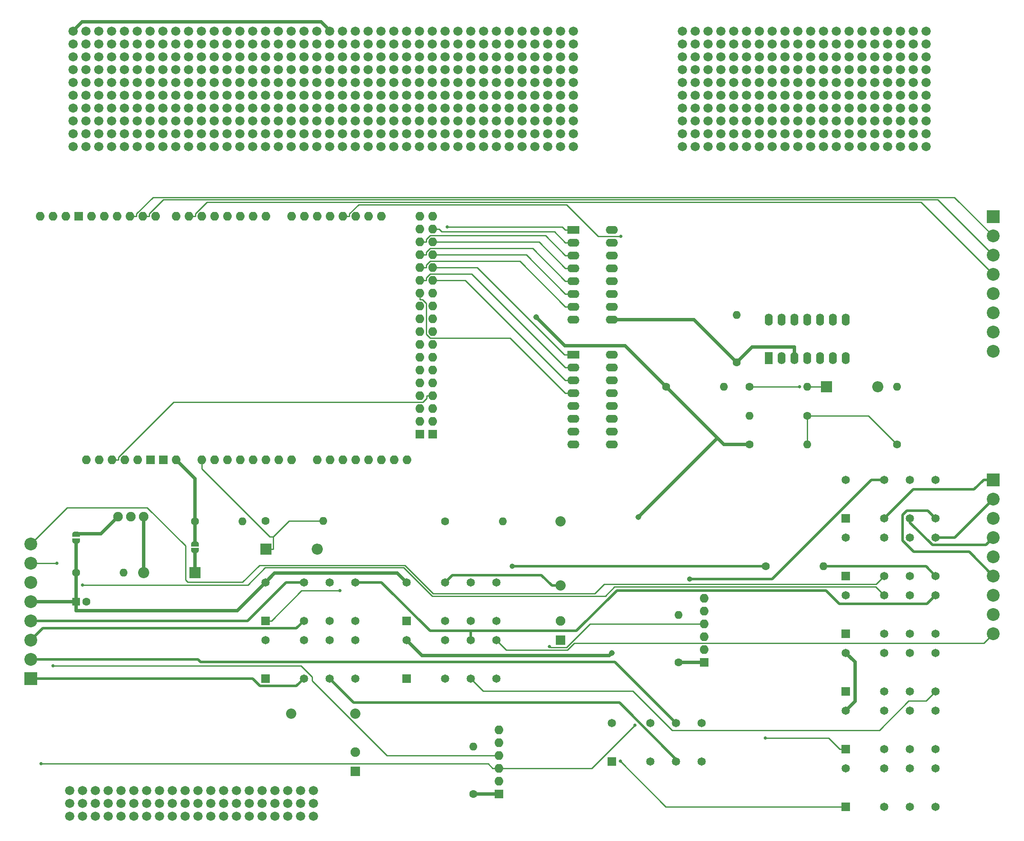
<source format=gbr>
%TF.GenerationSoftware,KiCad,Pcbnew,7.0.7*%
%TF.CreationDate,2023-09-23T16:53:27-05:00*%
%TF.ProjectId,CNH_Functional_Tester_1,434e485f-4675-46e6-9374-696f6e616c5f,B*%
%TF.SameCoordinates,Original*%
%TF.FileFunction,Copper,L1,Top*%
%TF.FilePolarity,Positive*%
%FSLAX46Y46*%
G04 Gerber Fmt 4.6, Leading zero omitted, Abs format (unit mm)*
G04 Created by KiCad (PCBNEW 7.0.7) date 2023-09-23 16:53:27*
%MOMM*%
%LPD*%
G01*
G04 APERTURE LIST*
G04 Aperture macros list*
%AMFreePoly0*
4,1,19,0.500000,-0.750000,0.000000,-0.750000,0.000000,-0.744911,-0.071157,-0.744911,-0.207708,-0.704816,-0.327430,-0.627875,-0.420627,-0.520320,-0.479746,-0.390866,-0.500000,-0.250000,-0.500000,0.250000,-0.479746,0.390866,-0.420627,0.520320,-0.327430,0.627875,-0.207708,0.704816,-0.071157,0.744911,0.000000,0.744911,0.000000,0.750000,0.500000,0.750000,0.500000,-0.750000,0.500000,-0.750000,
$1*%
%AMFreePoly1*
4,1,19,0.000000,0.744911,0.071157,0.744911,0.207708,0.704816,0.327430,0.627875,0.420627,0.520320,0.479746,0.390866,0.500000,0.250000,0.500000,-0.250000,0.479746,-0.390866,0.420627,-0.520320,0.327430,-0.627875,0.207708,-0.704816,0.071157,-0.744911,0.000000,-0.744911,0.000000,-0.750000,-0.500000,-0.750000,-0.500000,0.750000,0.000000,0.750000,0.000000,0.744911,0.000000,0.744911,
$1*%
G04 Aperture macros list end*
%TA.AperFunction,ComponentPad*%
%ADD10C,1.905000*%
%TD*%
%TA.AperFunction,ComponentPad*%
%ADD11O,1.778000X1.778000*%
%TD*%
%TA.AperFunction,ComponentPad*%
%ADD12R,1.778000X1.778000*%
%TD*%
%TA.AperFunction,ComponentPad*%
%ADD13C,1.828800*%
%TD*%
%TA.AperFunction,ComponentPad*%
%ADD14R,2.540000X2.540000*%
%TD*%
%TA.AperFunction,ComponentPad*%
%ADD15C,2.540000*%
%TD*%
%TA.AperFunction,ComponentPad*%
%ADD16R,2.200000X2.200000*%
%TD*%
%TA.AperFunction,ComponentPad*%
%ADD17O,2.200000X2.200000*%
%TD*%
%TA.AperFunction,ComponentPad*%
%ADD18C,1.600000*%
%TD*%
%TA.AperFunction,ComponentPad*%
%ADD19O,1.600000X1.600000*%
%TD*%
%TA.AperFunction,ComponentPad*%
%ADD20R,1.600000X1.600000*%
%TD*%
%TA.AperFunction,ComponentPad*%
%ADD21O,2.032000X2.032000*%
%TD*%
%TA.AperFunction,SMDPad,CuDef*%
%ADD22FreePoly0,90.000000*%
%TD*%
%TA.AperFunction,SMDPad,CuDef*%
%ADD23FreePoly1,90.000000*%
%TD*%
%TA.AperFunction,ComponentPad*%
%ADD24R,1.905000X1.905000*%
%TD*%
%TA.AperFunction,ComponentPad*%
%ADD25R,1.651000X1.651000*%
%TD*%
%TA.AperFunction,ComponentPad*%
%ADD26C,1.651000*%
%TD*%
%TA.AperFunction,ComponentPad*%
%ADD27R,1.600000X2.400000*%
%TD*%
%TA.AperFunction,ComponentPad*%
%ADD28O,1.600000X2.400000*%
%TD*%
%TA.AperFunction,ComponentPad*%
%ADD29R,2.400000X1.600000*%
%TD*%
%TA.AperFunction,ComponentPad*%
%ADD30O,2.400000X1.600000*%
%TD*%
%TA.AperFunction,SMDPad,CuDef*%
%ADD31FreePoly0,270.000000*%
%TD*%
%TA.AperFunction,SMDPad,CuDef*%
%ADD32FreePoly1,270.000000*%
%TD*%
%TA.AperFunction,ViaPad*%
%ADD33C,0.635000*%
%TD*%
%TA.AperFunction,ViaPad*%
%ADD34C,1.066800*%
%TD*%
%TA.AperFunction,ViaPad*%
%ADD35C,1.143000*%
%TD*%
%TA.AperFunction,Conductor*%
%ADD36C,0.508000*%
%TD*%
%TA.AperFunction,Conductor*%
%ADD37C,0.254000*%
%TD*%
%TA.AperFunction,Conductor*%
%ADD38C,0.635000*%
%TD*%
G04 APERTURE END LIST*
D10*
%TO.P,PS1,1,+VIN*%
%TO.N,/12IN*%
X74295000Y-146975000D03*
%TO.P,PS1,2,GND*%
%TO.N,GND*%
X76835000Y-146975000D03*
%TO.P,PS1,3,+VOUT*%
%TO.N,/9OUT*%
X79375000Y-146975000D03*
%TD*%
D11*
%TO.P,XA1,*%
%TO.N,*%
X68072000Y-135763000D03*
%TO.P,XA1,3V3,3.3V*%
%TO.N,unconnected-(XA1-3.3V-Pad3V3)*%
X75692000Y-135763000D03*
%TO.P,XA1,5V1,5V*%
%TO.N,+5V*%
X78232000Y-135763000D03*
%TO.P,XA1,5V3,5V*%
X134112000Y-87503000D03*
%TO.P,XA1,5V4,5V*%
%TO.N,+5VP*%
X136652000Y-87503000D03*
%TO.P,XA1,A0,A0*%
%TO.N,/PWR_ON*%
X90932000Y-135763000D03*
%TO.P,XA1,A1,A1*%
%TO.N,unconnected-(XA1-PadA1)*%
X93472000Y-135763000D03*
%TO.P,XA1,A2,A2*%
%TO.N,unconnected-(XA1-PadA2)*%
X96012000Y-135763000D03*
%TO.P,XA1,A3,A3*%
%TO.N,unconnected-(XA1-PadA3)*%
X98552000Y-135763000D03*
%TO.P,XA1,A4,A4*%
%TO.N,unconnected-(XA1-PadA4)*%
X101092000Y-135763000D03*
%TO.P,XA1,A5,A5*%
%TO.N,unconnected-(XA1-PadA5)*%
X103632000Y-135763000D03*
%TO.P,XA1,A6,A6*%
%TO.N,unconnected-(XA1-PadA6)*%
X106172000Y-135763000D03*
%TO.P,XA1,A7,A7*%
%TO.N,unconnected-(XA1-PadA7)*%
X108712000Y-135763000D03*
%TO.P,XA1,A8,A8*%
%TO.N,unconnected-(XA1-PadA8)*%
X113792000Y-135763000D03*
%TO.P,XA1,A9,A9*%
%TO.N,unconnected-(XA1-PadA9)*%
X116332000Y-135763000D03*
%TO.P,XA1,A10,A10*%
%TO.N,unconnected-(XA1-PadA10)*%
X118872000Y-135763000D03*
%TO.P,XA1,A11,A11*%
%TO.N,unconnected-(XA1-PadA11)*%
X121412000Y-135763000D03*
%TO.P,XA1,A12,A12*%
%TO.N,unconnected-(XA1-PadA12)*%
X123952000Y-135763000D03*
%TO.P,XA1,A13,A13*%
%TO.N,unconnected-(XA1-PadA13)*%
X126492000Y-135763000D03*
%TO.P,XA1,A14,A14*%
%TO.N,unconnected-(XA1-PadA14)*%
X129032000Y-135763000D03*
%TO.P,XA1,A15,A15*%
%TO.N,unconnected-(XA1-PadA15)*%
X131572000Y-135763000D03*
%TO.P,XA1,AREF,AREF*%
%TO.N,unconnected-(XA1-PadAREF)*%
X64008000Y-87503000D03*
%TO.P,XA1,D0,D0_RX0*%
%TO.N,unconnected-(XA1-D0_RX0-PadD0)*%
X103632000Y-87503000D03*
%TO.P,XA1,D1,D1_TX0*%
%TO.N,unconnected-(XA1-D1_TX0-PadD1)*%
X101092000Y-87503000D03*
%TO.P,XA1,D2,D2_INT0*%
%TO.N,unconnected-(XA1-D2_INT0-PadD2)*%
X98552000Y-87503000D03*
%TO.P,XA1,D3,D3_INT1*%
%TO.N,unconnected-(XA1-D3_INT1-PadD3)*%
X96012000Y-87503000D03*
%TO.P,XA1,D4,D4*%
%TO.N,unconnected-(XA1-PadD4)*%
X93472000Y-87503000D03*
%TO.P,XA1,D5,D5*%
%TO.N,unconnected-(XA1-PadD5)*%
X90932000Y-87503000D03*
%TO.P,XA1,D6,D6*%
%TO.N,/PUL-*%
X88392000Y-87503000D03*
%TO.P,XA1,D7,D7*%
%TO.N,unconnected-(XA1-PadD7)*%
X85852000Y-87503000D03*
%TO.P,XA1,D8,D8*%
%TO.N,unconnected-(XA1-PadD8)*%
X81788000Y-87503000D03*
%TO.P,XA1,D9,D9*%
%TO.N,/DIR-*%
X79248000Y-87503000D03*
%TO.P,XA1,D10,D10*%
%TO.N,/ENA-*%
X76708000Y-87503000D03*
%TO.P,XA1,D11,D11*%
%TO.N,unconnected-(XA1-PadD11)*%
X74168000Y-87503000D03*
%TO.P,XA1,D12,D12*%
%TO.N,unconnected-(XA1-PadD12)*%
X71628000Y-87503000D03*
%TO.P,XA1,D13,D13*%
%TO.N,unconnected-(XA1-PadD13)*%
X69088000Y-87503000D03*
%TO.P,XA1,D14,D14_TX3*%
%TO.N,unconnected-(XA1-D14_TX3-PadD14)*%
X108712000Y-87503000D03*
%TO.P,XA1,D15,D15_RX3*%
%TO.N,unconnected-(XA1-D15_RX3-PadD15)*%
X111252000Y-87503000D03*
%TO.P,XA1,D16,D16_TX2*%
%TO.N,unconnected-(XA1-D16_TX2-PadD16)*%
X113792000Y-87503000D03*
%TO.P,XA1,D17,D17_RX2*%
%TO.N,unconnected-(XA1-D17_RX2-PadD17)*%
X116332000Y-87503000D03*
%TO.P,XA1,D18,D18_TX1*%
%TO.N,/PULSE_COUNT*%
X118872000Y-87503000D03*
%TO.P,XA1,D19,D19_RX1*%
%TO.N,unconnected-(XA1-D19_RX1-PadD19)*%
X121412000Y-87503000D03*
%TO.P,XA1,D20,D20_SDA*%
%TO.N,unconnected-(XA1-D20_SDA-PadD20)*%
X123952000Y-87503000D03*
%TO.P,XA1,D21,D21_SCL*%
%TO.N,unconnected-(XA1-D21_SCL-PadD21)*%
X126492000Y-87503000D03*
%TO.P,XA1,D22,D22*%
%TO.N,Net-(U1-I1)*%
X134112000Y-90043000D03*
%TO.P,XA1,D23,D23*%
%TO.N,Net-(U1-I2)*%
X136652000Y-90043000D03*
%TO.P,XA1,D24,D24*%
%TO.N,Net-(U1-I3)*%
X134112000Y-92583000D03*
%TO.P,XA1,D25,D25*%
%TO.N,Net-(U1-I4)*%
X136652000Y-92583000D03*
%TO.P,XA1,D26,D26*%
%TO.N,Net-(U1-I5)*%
X134112000Y-95123000D03*
%TO.P,XA1,D27,D27*%
%TO.N,Net-(U1-I6)*%
X136652000Y-95123000D03*
%TO.P,XA1,D28,D28*%
%TO.N,Net-(U1-I7)*%
X134112000Y-97663000D03*
%TO.P,XA1,D29,D29*%
%TO.N,Net-(U2-I1)*%
X136652000Y-97663000D03*
%TO.P,XA1,D30,D30*%
%TO.N,Net-(U2-I2)*%
X134112000Y-100203000D03*
%TO.P,XA1,D31,D31*%
%TO.N,Net-(U2-I3)*%
X136652000Y-100203000D03*
%TO.P,XA1,D32,D32*%
%TO.N,Net-(U2-I4)*%
X134112000Y-102743000D03*
%TO.P,XA1,D33,D33*%
%TO.N,unconnected-(XA1-PadD33)*%
X136652000Y-102743000D03*
%TO.P,XA1,D34,D34*%
%TO.N,unconnected-(XA1-PadD34)*%
X134112000Y-105283000D03*
%TO.P,XA1,D35,D35*%
%TO.N,unconnected-(XA1-PadD35)*%
X136652000Y-105283000D03*
%TO.P,XA1,D36,D36*%
%TO.N,unconnected-(XA1-PadD36)*%
X134112000Y-107823000D03*
%TO.P,XA1,D37,D37*%
%TO.N,unconnected-(XA1-PadD37)*%
X136652000Y-107823000D03*
%TO.P,XA1,D38,D38*%
%TO.N,unconnected-(XA1-PadD38)*%
X134112000Y-110363000D03*
%TO.P,XA1,D39,D39*%
%TO.N,unconnected-(XA1-PadD39)*%
X136652000Y-110363000D03*
%TO.P,XA1,D40,D40*%
%TO.N,unconnected-(XA1-PadD40)*%
X134112000Y-112903000D03*
%TO.P,XA1,D41,D41*%
%TO.N,unconnected-(XA1-PadD41)*%
X136652000Y-112903000D03*
%TO.P,XA1,D42,D42*%
%TO.N,unconnected-(XA1-PadD42)*%
X134112000Y-115443000D03*
%TO.P,XA1,D43,D43*%
%TO.N,unconnected-(XA1-PadD43)*%
X136652000Y-115443000D03*
%TO.P,XA1,D44,D44*%
%TO.N,unconnected-(XA1-PadD44)*%
X134112000Y-117983000D03*
%TO.P,XA1,D45,D45*%
%TO.N,unconnected-(XA1-PadD45)*%
X136652000Y-117983000D03*
%TO.P,XA1,D46,D46*%
%TO.N,unconnected-(XA1-PadD46)*%
X134112000Y-120523000D03*
%TO.P,XA1,D47,D47*%
%TO.N,unconnected-(XA1-PadD47)*%
X136652000Y-120523000D03*
%TO.P,XA1,D48,D48*%
%TO.N,unconnected-(XA1-PadD48)*%
X134112000Y-123063000D03*
%TO.P,XA1,D49,D49*%
%TO.N,Net-(XA1-RESET)*%
X136652000Y-123063000D03*
%TO.P,XA1,D50,D50*%
%TO.N,unconnected-(XA1-PadD50)*%
X134112000Y-125603000D03*
%TO.P,XA1,D51,D51*%
%TO.N,unconnected-(XA1-PadD51)*%
X136652000Y-125603000D03*
%TO.P,XA1,D52,D52*%
%TO.N,unconnected-(XA1-PadD52)*%
X134112000Y-128143000D03*
%TO.P,XA1,D53,D53_SS*%
%TO.N,unconnected-(XA1-D53_SS-PadD53)*%
X136652000Y-128143000D03*
D12*
%TO.P,XA1,GND1,GND*%
%TO.N,GND*%
X66548000Y-87503000D03*
%TO.P,XA1,GND2,GND*%
X80772000Y-135763000D03*
%TO.P,XA1,GND3,GND*%
X83312000Y-135763000D03*
%TO.P,XA1,GND5,GND*%
X134112000Y-130683000D03*
%TO.P,XA1,GND6,GND*%
X136652000Y-130683000D03*
D11*
%TO.P,XA1,IORF,IOREF*%
%TO.N,unconnected-(XA1-IOREF-PadIORF)*%
X70612000Y-135763000D03*
%TO.P,XA1,RST1,RESET*%
%TO.N,Net-(XA1-RESET)*%
X73152000Y-135763000D03*
%TO.P,XA1,SCL,SCL*%
%TO.N,/SCL*%
X58928000Y-87503000D03*
%TO.P,XA1,SDA,SDA*%
%TO.N,/SDA*%
X61468000Y-87503000D03*
%TO.P,XA1,VIN,VIN*%
%TO.N,/Vin_Atmega*%
X85852000Y-135763000D03*
%TD*%
D12*
%TO.P,SENSOR_2,1,VCC*%
%TO.N,+5V*%
X149733000Y-201930000D03*
D11*
%TO.P,SENSOR_2,2,GND*%
%TO.N,GND*%
X149733000Y-199390000D03*
%TO.P,SENSOR_2,3,SCL*%
%TO.N,/SCL*%
X149733000Y-196850000D03*
%TO.P,SENSOR_2,4,SDA*%
%TO.N,/SDA*%
X149733000Y-194310000D03*
%TO.P,SENSOR_2,5,Vin-*%
%TO.N,unconnected-(SENSOR_2-Vin--Pad5)*%
X149733000Y-191770000D03*
%TO.P,SENSOR_2,6,Vin+*%
%TO.N,unconnected-(SENSOR_2-Vin+-Pad6)*%
X149733000Y-189230000D03*
%TD*%
D13*
%TO.P,PR13,1,Pin_1*%
%TO.N,unconnected-(PR13-Pin_1-Pad1)*%
X164465000Y-68580000D03*
%TO.P,PR13,2,Pin_2*%
%TO.N,unconnected-(PR13-Pin_2-Pad2)*%
X161925000Y-68580000D03*
%TO.P,PR13,3,Pin_3*%
%TO.N,unconnected-(PR13-Pin_3-Pad3)*%
X159385000Y-68580000D03*
%TO.P,PR13,4,Pin_4*%
%TO.N,unconnected-(PR13-Pin_4-Pad4)*%
X156845000Y-68580000D03*
%TO.P,PR13,5,Pin_5*%
%TO.N,unconnected-(PR13-Pin_5-Pad5)*%
X154305000Y-68580000D03*
%TO.P,PR13,6,Pin_6*%
%TO.N,unconnected-(PR13-Pin_6-Pad6)*%
X151765000Y-68580000D03*
%TO.P,PR13,7,Pin_7*%
%TO.N,unconnected-(PR13-Pin_7-Pad7)*%
X149225000Y-68580000D03*
%TO.P,PR13,8,Pin_8*%
%TO.N,unconnected-(PR13-Pin_8-Pad8)*%
X146685000Y-68580000D03*
%TO.P,PR13,9,Pin_9*%
%TO.N,unconnected-(PR13-Pin_9-Pad9)*%
X144145000Y-68580000D03*
%TO.P,PR13,10,Pin_10*%
%TO.N,unconnected-(PR13-Pin_10-Pad10)*%
X141605000Y-68580000D03*
%TO.P,PR13,11,Pin_11*%
%TO.N,unconnected-(PR13-Pin_11-Pad11)*%
X139065000Y-68580000D03*
%TO.P,PR13,12,Pin_12*%
%TO.N,unconnected-(PR13-Pin_12-Pad12)*%
X136525000Y-68580000D03*
%TO.P,PR13,13,Pin_13*%
%TO.N,unconnected-(PR13-Pin_13-Pad13)*%
X133985000Y-68580000D03*
%TO.P,PR13,14,Pin_14*%
%TO.N,unconnected-(PR13-Pin_14-Pad14)*%
X131445000Y-68580000D03*
%TO.P,PR13,15,Pin_15*%
%TO.N,unconnected-(PR13-Pin_15-Pad15)*%
X128905000Y-68580000D03*
%TO.P,PR13,16,Pin_16*%
%TO.N,unconnected-(PR13-Pin_16-Pad16)*%
X126365000Y-68580000D03*
%TO.P,PR13,17,Pin_17*%
%TO.N,unconnected-(PR13-Pin_17-Pad17)*%
X123825000Y-68580000D03*
%TO.P,PR13,18,Pin_18*%
%TO.N,unconnected-(PR13-Pin_18-Pad18)*%
X121285000Y-68580000D03*
%TO.P,PR13,19,Pin_19*%
%TO.N,GND*%
X118745000Y-68580000D03*
%TO.P,PR13,20,Pin_20*%
%TO.N,+5V*%
X116205000Y-68580000D03*
%TD*%
D14*
%TO.P,J2,1,1*%
%TO.N,/UUT_IN+*%
X247650000Y-139700000D03*
D15*
%TO.P,J2,2,2*%
%TO.N,/SIG_GND*%
X247650000Y-143510000D03*
%TO.P,J2,3,3*%
%TO.N,Net-(J2-Pad3)*%
X247650000Y-147320000D03*
%TO.P,J2,4,4*%
%TO.N,/CAN_BAT*%
X247650000Y-151130000D03*
%TO.P,J2,5,5*%
%TO.N,/CAN_GND*%
X247650000Y-154940000D03*
%TO.P,J2,6,6*%
%TO.N,Net-(J2-Pad6)*%
X247650000Y-158750000D03*
%TO.P,J2,7,7*%
%TO.N,Net-(J2-Pad7)*%
X247650000Y-162560000D03*
%TO.P,J2,8,8*%
%TO.N,/CAN_L*%
X247650000Y-166370000D03*
%TO.P,J2,9,9*%
%TO.N,/CAN_H*%
X247650000Y-170180000D03*
%TD*%
D13*
%TO.P,PR17,1,Pin_1*%
%TO.N,unconnected-(PR17-Pin_1-Pad1)*%
X164465000Y-58420000D03*
%TO.P,PR17,2,Pin_2*%
%TO.N,unconnected-(PR17-Pin_2-Pad2)*%
X161925000Y-58420000D03*
%TO.P,PR17,3,Pin_3*%
%TO.N,unconnected-(PR17-Pin_3-Pad3)*%
X159385000Y-58420000D03*
%TO.P,PR17,4,Pin_4*%
%TO.N,unconnected-(PR17-Pin_4-Pad4)*%
X156845000Y-58420000D03*
%TO.P,PR17,5,Pin_5*%
%TO.N,unconnected-(PR17-Pin_5-Pad5)*%
X154305000Y-58420000D03*
%TO.P,PR17,6,Pin_6*%
%TO.N,unconnected-(PR17-Pin_6-Pad6)*%
X151765000Y-58420000D03*
%TO.P,PR17,7,Pin_7*%
%TO.N,unconnected-(PR17-Pin_7-Pad7)*%
X149225000Y-58420000D03*
%TO.P,PR17,8,Pin_8*%
%TO.N,unconnected-(PR17-Pin_8-Pad8)*%
X146685000Y-58420000D03*
%TO.P,PR17,9,Pin_9*%
%TO.N,unconnected-(PR17-Pin_9-Pad9)*%
X144145000Y-58420000D03*
%TO.P,PR17,10,Pin_10*%
%TO.N,unconnected-(PR17-Pin_10-Pad10)*%
X141605000Y-58420000D03*
%TO.P,PR17,11,Pin_11*%
%TO.N,unconnected-(PR17-Pin_11-Pad11)*%
X139065000Y-58420000D03*
%TO.P,PR17,12,Pin_12*%
%TO.N,unconnected-(PR17-Pin_12-Pad12)*%
X136525000Y-58420000D03*
%TO.P,PR17,13,Pin_13*%
%TO.N,unconnected-(PR17-Pin_13-Pad13)*%
X133985000Y-58420000D03*
%TO.P,PR17,14,Pin_14*%
%TO.N,unconnected-(PR17-Pin_14-Pad14)*%
X131445000Y-58420000D03*
%TO.P,PR17,15,Pin_15*%
%TO.N,unconnected-(PR17-Pin_15-Pad15)*%
X128905000Y-58420000D03*
%TO.P,PR17,16,Pin_16*%
%TO.N,unconnected-(PR17-Pin_16-Pad16)*%
X126365000Y-58420000D03*
%TO.P,PR17,17,Pin_17*%
%TO.N,unconnected-(PR17-Pin_17-Pad17)*%
X123825000Y-58420000D03*
%TO.P,PR17,18,Pin_18*%
%TO.N,unconnected-(PR17-Pin_18-Pad18)*%
X121285000Y-58420000D03*
%TO.P,PR17,19,Pin_19*%
%TO.N,GND*%
X118745000Y-58420000D03*
%TO.P,PR17,20,Pin_20*%
%TO.N,+5V*%
X116205000Y-58420000D03*
%TD*%
D16*
%TO.P,D1,1,K*%
%TO.N,/9DIO*%
X89535000Y-158115000D03*
D17*
%TO.P,D1,2,A*%
%TO.N,/9OUT*%
X79375000Y-158115000D03*
%TD*%
D18*
%TO.P,R3,1*%
%TO.N,Net-(R3-Pad1)*%
X199390000Y-121285000D03*
D19*
%TO.P,R3,2*%
%TO.N,Net-(U3A--)*%
X210820000Y-121285000D03*
%TD*%
D13*
%TO.P,PR31,1,Pin_1*%
%TO.N,unconnected-(PR31-Pin_1-Pad1)*%
X186055000Y-68580000D03*
%TO.P,PR31,2,Pin_2*%
%TO.N,unconnected-(PR31-Pin_2-Pad2)*%
X188595000Y-68580000D03*
%TO.P,PR31,3,Pin_3*%
%TO.N,unconnected-(PR31-Pin_3-Pad3)*%
X191135000Y-68580000D03*
%TO.P,PR31,4,Pin_4*%
%TO.N,unconnected-(PR31-Pin_4-Pad4)*%
X193675000Y-68580000D03*
%TO.P,PR31,5,Pin_5*%
%TO.N,unconnected-(PR31-Pin_5-Pad5)*%
X196215000Y-68580000D03*
%TO.P,PR31,6,Pin_6*%
%TO.N,unconnected-(PR31-Pin_6-Pad6)*%
X198755000Y-68580000D03*
%TO.P,PR31,7,Pin_7*%
%TO.N,unconnected-(PR31-Pin_7-Pad7)*%
X201295000Y-68580000D03*
%TO.P,PR31,8,Pin_8*%
%TO.N,unconnected-(PR31-Pin_8-Pad8)*%
X203835000Y-68580000D03*
%TO.P,PR31,9,Pin_9*%
%TO.N,unconnected-(PR31-Pin_9-Pad9)*%
X206375000Y-68580000D03*
%TO.P,PR31,10,Pin_10*%
%TO.N,unconnected-(PR31-Pin_10-Pad10)*%
X208915000Y-68580000D03*
%TO.P,PR31,11,Pin_11*%
%TO.N,unconnected-(PR31-Pin_11-Pad11)*%
X211455000Y-68580000D03*
%TO.P,PR31,12,Pin_12*%
%TO.N,unconnected-(PR31-Pin_12-Pad12)*%
X213995000Y-68580000D03*
%TO.P,PR31,13,Pin_13*%
%TO.N,unconnected-(PR31-Pin_13-Pad13)*%
X216535000Y-68580000D03*
%TO.P,PR31,14,Pin_14*%
%TO.N,unconnected-(PR31-Pin_14-Pad14)*%
X219075000Y-68580000D03*
%TO.P,PR31,15,Pin_15*%
%TO.N,unconnected-(PR31-Pin_15-Pad15)*%
X221615000Y-68580000D03*
%TO.P,PR31,16,Pin_16*%
%TO.N,unconnected-(PR31-Pin_16-Pad16)*%
X224155000Y-68580000D03*
%TO.P,PR31,17,Pin_17*%
%TO.N,unconnected-(PR31-Pin_17-Pad17)*%
X226695000Y-68580000D03*
%TO.P,PR31,18,Pin_18*%
%TO.N,unconnected-(PR31-Pin_18-Pad18)*%
X229235000Y-68580000D03*
%TO.P,PR31,19,Pin_19*%
%TO.N,unconnected-(PR31-Pin_19-Pad19)*%
X231775000Y-68580000D03*
%TO.P,PR31,20,Pin_20*%
%TO.N,unconnected-(PR31-Pin_20-Pad20)*%
X234315000Y-68580000D03*
%TD*%
%TO.P,PR20,1,Pin_1*%
%TO.N,unconnected-(PR20-Pin_1-Pad1)*%
X164465000Y-50800000D03*
%TO.P,PR20,2,Pin_2*%
%TO.N,unconnected-(PR20-Pin_2-Pad2)*%
X161925000Y-50800000D03*
%TO.P,PR20,3,Pin_3*%
%TO.N,unconnected-(PR20-Pin_3-Pad3)*%
X159385000Y-50800000D03*
%TO.P,PR20,4,Pin_4*%
%TO.N,unconnected-(PR20-Pin_4-Pad4)*%
X156845000Y-50800000D03*
%TO.P,PR20,5,Pin_5*%
%TO.N,unconnected-(PR20-Pin_5-Pad5)*%
X154305000Y-50800000D03*
%TO.P,PR20,6,Pin_6*%
%TO.N,unconnected-(PR20-Pin_6-Pad6)*%
X151765000Y-50800000D03*
%TO.P,PR20,7,Pin_7*%
%TO.N,unconnected-(PR20-Pin_7-Pad7)*%
X149225000Y-50800000D03*
%TO.P,PR20,8,Pin_8*%
%TO.N,unconnected-(PR20-Pin_8-Pad8)*%
X146685000Y-50800000D03*
%TO.P,PR20,9,Pin_9*%
%TO.N,unconnected-(PR20-Pin_9-Pad9)*%
X144145000Y-50800000D03*
%TO.P,PR20,10,Pin_10*%
%TO.N,unconnected-(PR20-Pin_10-Pad10)*%
X141605000Y-50800000D03*
%TO.P,PR20,11,Pin_11*%
%TO.N,unconnected-(PR20-Pin_11-Pad11)*%
X139065000Y-50800000D03*
%TO.P,PR20,12,Pin_12*%
%TO.N,unconnected-(PR20-Pin_12-Pad12)*%
X136525000Y-50800000D03*
%TO.P,PR20,13,Pin_13*%
%TO.N,unconnected-(PR20-Pin_13-Pad13)*%
X133985000Y-50800000D03*
%TO.P,PR20,14,Pin_14*%
%TO.N,unconnected-(PR20-Pin_14-Pad14)*%
X131445000Y-50800000D03*
%TO.P,PR20,15,Pin_15*%
%TO.N,unconnected-(PR20-Pin_15-Pad15)*%
X128905000Y-50800000D03*
%TO.P,PR20,16,Pin_16*%
%TO.N,unconnected-(PR20-Pin_16-Pad16)*%
X126365000Y-50800000D03*
%TO.P,PR20,17,Pin_17*%
%TO.N,unconnected-(PR20-Pin_17-Pad17)*%
X123825000Y-50800000D03*
%TO.P,PR20,18,Pin_18*%
%TO.N,unconnected-(PR20-Pin_18-Pad18)*%
X121285000Y-50800000D03*
%TO.P,PR20,19,Pin_19*%
%TO.N,GND*%
X118745000Y-50800000D03*
%TO.P,PR20,20,Pin_20*%
%TO.N,+5V*%
X116205000Y-50800000D03*
%TD*%
%TO.P,PR19,1,Pin_1*%
%TO.N,unconnected-(PR19-Pin_1-Pad1)*%
X164465000Y-53340000D03*
%TO.P,PR19,2,Pin_2*%
%TO.N,unconnected-(PR19-Pin_2-Pad2)*%
X161925000Y-53340000D03*
%TO.P,PR19,3,Pin_3*%
%TO.N,unconnected-(PR19-Pin_3-Pad3)*%
X159385000Y-53340000D03*
%TO.P,PR19,4,Pin_4*%
%TO.N,unconnected-(PR19-Pin_4-Pad4)*%
X156845000Y-53340000D03*
%TO.P,PR19,5,Pin_5*%
%TO.N,unconnected-(PR19-Pin_5-Pad5)*%
X154305000Y-53340000D03*
%TO.P,PR19,6,Pin_6*%
%TO.N,unconnected-(PR19-Pin_6-Pad6)*%
X151765000Y-53340000D03*
%TO.P,PR19,7,Pin_7*%
%TO.N,unconnected-(PR19-Pin_7-Pad7)*%
X149225000Y-53340000D03*
%TO.P,PR19,8,Pin_8*%
%TO.N,unconnected-(PR19-Pin_8-Pad8)*%
X146685000Y-53340000D03*
%TO.P,PR19,9,Pin_9*%
%TO.N,unconnected-(PR19-Pin_9-Pad9)*%
X144145000Y-53340000D03*
%TO.P,PR19,10,Pin_10*%
%TO.N,unconnected-(PR19-Pin_10-Pad10)*%
X141605000Y-53340000D03*
%TO.P,PR19,11,Pin_11*%
%TO.N,unconnected-(PR19-Pin_11-Pad11)*%
X139065000Y-53340000D03*
%TO.P,PR19,12,Pin_12*%
%TO.N,unconnected-(PR19-Pin_12-Pad12)*%
X136525000Y-53340000D03*
%TO.P,PR19,13,Pin_13*%
%TO.N,unconnected-(PR19-Pin_13-Pad13)*%
X133985000Y-53340000D03*
%TO.P,PR19,14,Pin_14*%
%TO.N,unconnected-(PR19-Pin_14-Pad14)*%
X131445000Y-53340000D03*
%TO.P,PR19,15,Pin_15*%
%TO.N,unconnected-(PR19-Pin_15-Pad15)*%
X128905000Y-53340000D03*
%TO.P,PR19,16,Pin_16*%
%TO.N,unconnected-(PR19-Pin_16-Pad16)*%
X126365000Y-53340000D03*
%TO.P,PR19,17,Pin_17*%
%TO.N,unconnected-(PR19-Pin_17-Pad17)*%
X123825000Y-53340000D03*
%TO.P,PR19,18,Pin_18*%
%TO.N,unconnected-(PR19-Pin_18-Pad18)*%
X121285000Y-53340000D03*
%TO.P,PR19,19,Pin_19*%
%TO.N,GND*%
X118745000Y-53340000D03*
%TO.P,PR19,20,Pin_20*%
%TO.N,+5V*%
X116205000Y-53340000D03*
%TD*%
D18*
%TO.P,C3,1*%
%TO.N,/Vin_Atmega*%
X89535000Y-147955000D03*
D19*
%TO.P,C3,2*%
%TO.N,GND*%
X98933000Y-147955000D03*
%TD*%
D16*
%TO.P,Z1,1*%
%TO.N,Net-(U3A--)*%
X214630000Y-121285000D03*
D17*
%TO.P,Z1,2*%
%TO.N,GND*%
X224790000Y-121285000D03*
%TD*%
D20*
%TO.P,C1,1*%
%TO.N,+12V*%
X66040000Y-163830000D03*
D18*
%TO.P,C1,2*%
%TO.N,GND*%
X68040000Y-163830000D03*
%TD*%
D21*
%TO.P,TVS1,1,A1*%
%TO.N,GND*%
X161925000Y-147955000D03*
%TO.P,TVS1,2,A2*%
%TO.N,Net-(TVS1-A2)*%
X161925000Y-160655000D03*
%TD*%
D22*
%TO.P,JP1,1,A*%
%TO.N,+12V*%
X66040000Y-151795000D03*
D23*
%TO.P,JP1,2,B*%
%TO.N,/12IN*%
X66040000Y-150495000D03*
%TD*%
D18*
%TO.P,C5,1*%
%TO.N,+5V*%
X185343800Y-175895000D03*
D19*
%TO.P,C5,2*%
%TO.N,GND*%
X185343800Y-166497000D03*
%TD*%
D18*
%TO.P,R5,1*%
%TO.N,Net-(U3A-+)*%
X210820000Y-127000000D03*
D19*
%TO.P,R5,2*%
%TO.N,/PULSE_COUNT*%
X199390000Y-127000000D03*
%TD*%
D13*
%TO.P,PR33,1,Pin_1*%
%TO.N,unconnected-(PR33-Pin_1-Pad1)*%
X186055000Y-73660000D03*
%TO.P,PR33,2,Pin_2*%
%TO.N,unconnected-(PR33-Pin_2-Pad2)*%
X188595000Y-73660000D03*
%TO.P,PR33,3,Pin_3*%
%TO.N,unconnected-(PR33-Pin_3-Pad3)*%
X191135000Y-73660000D03*
%TO.P,PR33,4,Pin_4*%
%TO.N,unconnected-(PR33-Pin_4-Pad4)*%
X193675000Y-73660000D03*
%TO.P,PR33,5,Pin_5*%
%TO.N,unconnected-(PR33-Pin_5-Pad5)*%
X196215000Y-73660000D03*
%TO.P,PR33,6,Pin_6*%
%TO.N,unconnected-(PR33-Pin_6-Pad6)*%
X198755000Y-73660000D03*
%TO.P,PR33,7,Pin_7*%
%TO.N,unconnected-(PR33-Pin_7-Pad7)*%
X201295000Y-73660000D03*
%TO.P,PR33,8,Pin_8*%
%TO.N,unconnected-(PR33-Pin_8-Pad8)*%
X203835000Y-73660000D03*
%TO.P,PR33,9,Pin_9*%
%TO.N,unconnected-(PR33-Pin_9-Pad9)*%
X206375000Y-73660000D03*
%TO.P,PR33,10,Pin_10*%
%TO.N,unconnected-(PR33-Pin_10-Pad10)*%
X208915000Y-73660000D03*
%TO.P,PR33,11,Pin_11*%
%TO.N,unconnected-(PR33-Pin_11-Pad11)*%
X211455000Y-73660000D03*
%TO.P,PR33,12,Pin_12*%
%TO.N,unconnected-(PR33-Pin_12-Pad12)*%
X213995000Y-73660000D03*
%TO.P,PR33,13,Pin_13*%
%TO.N,unconnected-(PR33-Pin_13-Pad13)*%
X216535000Y-73660000D03*
%TO.P,PR33,14,Pin_14*%
%TO.N,unconnected-(PR33-Pin_14-Pad14)*%
X219075000Y-73660000D03*
%TO.P,PR33,15,Pin_15*%
%TO.N,unconnected-(PR33-Pin_15-Pad15)*%
X221615000Y-73660000D03*
%TO.P,PR33,16,Pin_16*%
%TO.N,unconnected-(PR33-Pin_16-Pad16)*%
X224155000Y-73660000D03*
%TO.P,PR33,17,Pin_17*%
%TO.N,unconnected-(PR33-Pin_17-Pad17)*%
X226695000Y-73660000D03*
%TO.P,PR33,18,Pin_18*%
%TO.N,unconnected-(PR33-Pin_18-Pad18)*%
X229235000Y-73660000D03*
%TO.P,PR33,19,Pin_19*%
%TO.N,unconnected-(PR33-Pin_19-Pad19)*%
X231775000Y-73660000D03*
%TO.P,PR33,20,Pin_20*%
%TO.N,unconnected-(PR33-Pin_20-Pad20)*%
X234315000Y-73660000D03*
%TD*%
%TO.P,PR10,1,Pin_1*%
%TO.N,+12V*%
X113665000Y-50800000D03*
%TO.P,PR10,2,Pin_2*%
%TO.N,unconnected-(PR10-Pin_2-Pad2)*%
X111125000Y-50800000D03*
%TO.P,PR10,3,Pin_3*%
%TO.N,unconnected-(PR10-Pin_3-Pad3)*%
X108585000Y-50800000D03*
%TO.P,PR10,4,Pin_4*%
%TO.N,unconnected-(PR10-Pin_4-Pad4)*%
X106045000Y-50800000D03*
%TO.P,PR10,5,Pin_5*%
%TO.N,unconnected-(PR10-Pin_5-Pad5)*%
X103505000Y-50800000D03*
%TO.P,PR10,6,Pin_6*%
%TO.N,unconnected-(PR10-Pin_6-Pad6)*%
X100965000Y-50800000D03*
%TO.P,PR10,7,Pin_7*%
%TO.N,unconnected-(PR10-Pin_7-Pad7)*%
X98425000Y-50800000D03*
%TO.P,PR10,8,Pin_8*%
%TO.N,unconnected-(PR10-Pin_8-Pad8)*%
X95885000Y-50800000D03*
%TO.P,PR10,9,Pin_9*%
%TO.N,unconnected-(PR10-Pin_9-Pad9)*%
X93345000Y-50800000D03*
%TO.P,PR10,10,Pin_10*%
%TO.N,unconnected-(PR10-Pin_10-Pad10)*%
X90805000Y-50800000D03*
%TO.P,PR10,11,Pin_11*%
%TO.N,unconnected-(PR10-Pin_11-Pad11)*%
X88265000Y-50800000D03*
%TO.P,PR10,12,Pin_12*%
%TO.N,unconnected-(PR10-Pin_12-Pad12)*%
X85725000Y-50800000D03*
%TO.P,PR10,13,Pin_13*%
%TO.N,unconnected-(PR10-Pin_13-Pad13)*%
X83185000Y-50800000D03*
%TO.P,PR10,14,Pin_14*%
%TO.N,unconnected-(PR10-Pin_14-Pad14)*%
X80645000Y-50800000D03*
%TO.P,PR10,15,Pin_15*%
%TO.N,unconnected-(PR10-Pin_15-Pad15)*%
X78105000Y-50800000D03*
%TO.P,PR10,16,Pin_16*%
%TO.N,unconnected-(PR10-Pin_16-Pad16)*%
X75565000Y-50800000D03*
%TO.P,PR10,17,Pin_17*%
%TO.N,unconnected-(PR10-Pin_17-Pad17)*%
X73025000Y-50800000D03*
%TO.P,PR10,18,Pin_18*%
%TO.N,unconnected-(PR10-Pin_18-Pad18)*%
X70485000Y-50800000D03*
%TO.P,PR10,19,Pin_19*%
%TO.N,GND*%
X67945000Y-50800000D03*
%TO.P,PR10,20,Pin_20*%
%TO.N,+5V*%
X65405000Y-50800000D03*
%TD*%
%TO.P,PR2,1,Pin_1*%
%TO.N,+12V*%
X113665000Y-71120000D03*
%TO.P,PR2,2,Pin_2*%
%TO.N,unconnected-(PR2-Pin_2-Pad2)*%
X111125000Y-71120000D03*
%TO.P,PR2,3,Pin_3*%
%TO.N,unconnected-(PR2-Pin_3-Pad3)*%
X108585000Y-71120000D03*
%TO.P,PR2,4,Pin_4*%
%TO.N,unconnected-(PR2-Pin_4-Pad4)*%
X106045000Y-71120000D03*
%TO.P,PR2,5,Pin_5*%
%TO.N,unconnected-(PR2-Pin_5-Pad5)*%
X103505000Y-71120000D03*
%TO.P,PR2,6,Pin_6*%
%TO.N,unconnected-(PR2-Pin_6-Pad6)*%
X100965000Y-71120000D03*
%TO.P,PR2,7,Pin_7*%
%TO.N,unconnected-(PR2-Pin_7-Pad7)*%
X98425000Y-71120000D03*
%TO.P,PR2,8,Pin_8*%
%TO.N,unconnected-(PR2-Pin_8-Pad8)*%
X95885000Y-71120000D03*
%TO.P,PR2,9,Pin_9*%
%TO.N,unconnected-(PR2-Pin_9-Pad9)*%
X93345000Y-71120000D03*
%TO.P,PR2,10,Pin_10*%
%TO.N,unconnected-(PR2-Pin_10-Pad10)*%
X90805000Y-71120000D03*
%TO.P,PR2,11,Pin_11*%
%TO.N,unconnected-(PR2-Pin_11-Pad11)*%
X88265000Y-71120000D03*
%TO.P,PR2,12,Pin_12*%
%TO.N,unconnected-(PR2-Pin_12-Pad12)*%
X85725000Y-71120000D03*
%TO.P,PR2,13,Pin_13*%
%TO.N,unconnected-(PR2-Pin_13-Pad13)*%
X83185000Y-71120000D03*
%TO.P,PR2,14,Pin_14*%
%TO.N,unconnected-(PR2-Pin_14-Pad14)*%
X80645000Y-71120000D03*
%TO.P,PR2,15,Pin_15*%
%TO.N,unconnected-(PR2-Pin_15-Pad15)*%
X78105000Y-71120000D03*
%TO.P,PR2,16,Pin_16*%
%TO.N,unconnected-(PR2-Pin_16-Pad16)*%
X75565000Y-71120000D03*
%TO.P,PR2,17,Pin_17*%
%TO.N,unconnected-(PR2-Pin_17-Pad17)*%
X73025000Y-71120000D03*
%TO.P,PR2,18,Pin_18*%
%TO.N,unconnected-(PR2-Pin_18-Pad18)*%
X70485000Y-71120000D03*
%TO.P,PR2,19,Pin_19*%
%TO.N,GND*%
X67945000Y-71120000D03*
%TO.P,PR2,20,Pin_20*%
%TO.N,+5V*%
X65405000Y-71120000D03*
%TD*%
D12*
%TO.P,SENSOR_1,1,VCC*%
%TO.N,+5V*%
X190423000Y-175895800D03*
D11*
%TO.P,SENSOR_1,2,GND*%
%TO.N,GND*%
X190423000Y-173355800D03*
%TO.P,SENSOR_1,3,SCL*%
%TO.N,/SCL*%
X190423000Y-170815800D03*
%TO.P,SENSOR_1,4,SDA*%
%TO.N,/SDA*%
X190423000Y-168275800D03*
%TO.P,SENSOR_1,5,Vin-*%
%TO.N,unconnected-(SENSOR_1-Vin--Pad5)*%
X190423000Y-165735800D03*
%TO.P,SENSOR_1,6,Vin+*%
%TO.N,unconnected-(SENSOR_1-Vin+-Pad6)*%
X190423000Y-163195800D03*
%TD*%
D13*
%TO.P,PR14,1,Pin_1*%
%TO.N,unconnected-(PR14-Pin_1-Pad1)*%
X164465000Y-66040000D03*
%TO.P,PR14,2,Pin_2*%
%TO.N,unconnected-(PR14-Pin_2-Pad2)*%
X161925000Y-66040000D03*
%TO.P,PR14,3,Pin_3*%
%TO.N,unconnected-(PR14-Pin_3-Pad3)*%
X159385000Y-66040000D03*
%TO.P,PR14,4,Pin_4*%
%TO.N,unconnected-(PR14-Pin_4-Pad4)*%
X156845000Y-66040000D03*
%TO.P,PR14,5,Pin_5*%
%TO.N,unconnected-(PR14-Pin_5-Pad5)*%
X154305000Y-66040000D03*
%TO.P,PR14,6,Pin_6*%
%TO.N,unconnected-(PR14-Pin_6-Pad6)*%
X151765000Y-66040000D03*
%TO.P,PR14,7,Pin_7*%
%TO.N,unconnected-(PR14-Pin_7-Pad7)*%
X149225000Y-66040000D03*
%TO.P,PR14,8,Pin_8*%
%TO.N,unconnected-(PR14-Pin_8-Pad8)*%
X146685000Y-66040000D03*
%TO.P,PR14,9,Pin_9*%
%TO.N,unconnected-(PR14-Pin_9-Pad9)*%
X144145000Y-66040000D03*
%TO.P,PR14,10,Pin_10*%
%TO.N,unconnected-(PR14-Pin_10-Pad10)*%
X141605000Y-66040000D03*
%TO.P,PR14,11,Pin_11*%
%TO.N,unconnected-(PR14-Pin_11-Pad11)*%
X139065000Y-66040000D03*
%TO.P,PR14,12,Pin_12*%
%TO.N,unconnected-(PR14-Pin_12-Pad12)*%
X136525000Y-66040000D03*
%TO.P,PR14,13,Pin_13*%
%TO.N,unconnected-(PR14-Pin_13-Pad13)*%
X133985000Y-66040000D03*
%TO.P,PR14,14,Pin_14*%
%TO.N,unconnected-(PR14-Pin_14-Pad14)*%
X131445000Y-66040000D03*
%TO.P,PR14,15,Pin_15*%
%TO.N,unconnected-(PR14-Pin_15-Pad15)*%
X128905000Y-66040000D03*
%TO.P,PR14,16,Pin_16*%
%TO.N,unconnected-(PR14-Pin_16-Pad16)*%
X126365000Y-66040000D03*
%TO.P,PR14,17,Pin_17*%
%TO.N,unconnected-(PR14-Pin_17-Pad17)*%
X123825000Y-66040000D03*
%TO.P,PR14,18,Pin_18*%
%TO.N,unconnected-(PR14-Pin_18-Pad18)*%
X121285000Y-66040000D03*
%TO.P,PR14,19,Pin_19*%
%TO.N,GND*%
X118745000Y-66040000D03*
%TO.P,PR14,20,Pin_20*%
%TO.N,+5V*%
X116205000Y-66040000D03*
%TD*%
%TO.P,PR16,1,Pin_1*%
%TO.N,unconnected-(PR16-Pin_1-Pad1)*%
X164465000Y-60960000D03*
%TO.P,PR16,2,Pin_2*%
%TO.N,unconnected-(PR16-Pin_2-Pad2)*%
X161925000Y-60960000D03*
%TO.P,PR16,3,Pin_3*%
%TO.N,unconnected-(PR16-Pin_3-Pad3)*%
X159385000Y-60960000D03*
%TO.P,PR16,4,Pin_4*%
%TO.N,unconnected-(PR16-Pin_4-Pad4)*%
X156845000Y-60960000D03*
%TO.P,PR16,5,Pin_5*%
%TO.N,unconnected-(PR16-Pin_5-Pad5)*%
X154305000Y-60960000D03*
%TO.P,PR16,6,Pin_6*%
%TO.N,unconnected-(PR16-Pin_6-Pad6)*%
X151765000Y-60960000D03*
%TO.P,PR16,7,Pin_7*%
%TO.N,unconnected-(PR16-Pin_7-Pad7)*%
X149225000Y-60960000D03*
%TO.P,PR16,8,Pin_8*%
%TO.N,unconnected-(PR16-Pin_8-Pad8)*%
X146685000Y-60960000D03*
%TO.P,PR16,9,Pin_9*%
%TO.N,unconnected-(PR16-Pin_9-Pad9)*%
X144145000Y-60960000D03*
%TO.P,PR16,10,Pin_10*%
%TO.N,unconnected-(PR16-Pin_10-Pad10)*%
X141605000Y-60960000D03*
%TO.P,PR16,11,Pin_11*%
%TO.N,unconnected-(PR16-Pin_11-Pad11)*%
X139065000Y-60960000D03*
%TO.P,PR16,12,Pin_12*%
%TO.N,unconnected-(PR16-Pin_12-Pad12)*%
X136525000Y-60960000D03*
%TO.P,PR16,13,Pin_13*%
%TO.N,unconnected-(PR16-Pin_13-Pad13)*%
X133985000Y-60960000D03*
%TO.P,PR16,14,Pin_14*%
%TO.N,unconnected-(PR16-Pin_14-Pad14)*%
X131445000Y-60960000D03*
%TO.P,PR16,15,Pin_15*%
%TO.N,unconnected-(PR16-Pin_15-Pad15)*%
X128905000Y-60960000D03*
%TO.P,PR16,16,Pin_16*%
%TO.N,unconnected-(PR16-Pin_16-Pad16)*%
X126365000Y-60960000D03*
%TO.P,PR16,17,Pin_17*%
%TO.N,unconnected-(PR16-Pin_17-Pad17)*%
X123825000Y-60960000D03*
%TO.P,PR16,18,Pin_18*%
%TO.N,unconnected-(PR16-Pin_18-Pad18)*%
X121285000Y-60960000D03*
%TO.P,PR16,19,Pin_19*%
%TO.N,GND*%
X118745000Y-60960000D03*
%TO.P,PR16,20,Pin_20*%
%TO.N,+5V*%
X116205000Y-60960000D03*
%TD*%
%TO.P,PR25,1,Pin_1*%
%TO.N,unconnected-(PR25-Pin_1-Pad1)*%
X186055000Y-53340000D03*
%TO.P,PR25,2,Pin_2*%
%TO.N,unconnected-(PR25-Pin_2-Pad2)*%
X188595000Y-53340000D03*
%TO.P,PR25,3,Pin_3*%
%TO.N,unconnected-(PR25-Pin_3-Pad3)*%
X191135000Y-53340000D03*
%TO.P,PR25,4,Pin_4*%
%TO.N,unconnected-(PR25-Pin_4-Pad4)*%
X193675000Y-53340000D03*
%TO.P,PR25,5,Pin_5*%
%TO.N,unconnected-(PR25-Pin_5-Pad5)*%
X196215000Y-53340000D03*
%TO.P,PR25,6,Pin_6*%
%TO.N,unconnected-(PR25-Pin_6-Pad6)*%
X198755000Y-53340000D03*
%TO.P,PR25,7,Pin_7*%
%TO.N,unconnected-(PR25-Pin_7-Pad7)*%
X201295000Y-53340000D03*
%TO.P,PR25,8,Pin_8*%
%TO.N,unconnected-(PR25-Pin_8-Pad8)*%
X203835000Y-53340000D03*
%TO.P,PR25,9,Pin_9*%
%TO.N,unconnected-(PR25-Pin_9-Pad9)*%
X206375000Y-53340000D03*
%TO.P,PR25,10,Pin_10*%
%TO.N,unconnected-(PR25-Pin_10-Pad10)*%
X208915000Y-53340000D03*
%TO.P,PR25,11,Pin_11*%
%TO.N,unconnected-(PR25-Pin_11-Pad11)*%
X211455000Y-53340000D03*
%TO.P,PR25,12,Pin_12*%
%TO.N,unconnected-(PR25-Pin_12-Pad12)*%
X213995000Y-53340000D03*
%TO.P,PR25,13,Pin_13*%
%TO.N,unconnected-(PR25-Pin_13-Pad13)*%
X216535000Y-53340000D03*
%TO.P,PR25,14,Pin_14*%
%TO.N,unconnected-(PR25-Pin_14-Pad14)*%
X219075000Y-53340000D03*
%TO.P,PR25,15,Pin_15*%
%TO.N,unconnected-(PR25-Pin_15-Pad15)*%
X221615000Y-53340000D03*
%TO.P,PR25,16,Pin_16*%
%TO.N,unconnected-(PR25-Pin_16-Pad16)*%
X224155000Y-53340000D03*
%TO.P,PR25,17,Pin_17*%
%TO.N,unconnected-(PR25-Pin_17-Pad17)*%
X226695000Y-53340000D03*
%TO.P,PR25,18,Pin_18*%
%TO.N,unconnected-(PR25-Pin_18-Pad18)*%
X229235000Y-53340000D03*
%TO.P,PR25,19,Pin_19*%
%TO.N,unconnected-(PR25-Pin_19-Pad19)*%
X231775000Y-53340000D03*
%TO.P,PR25,20,Pin_20*%
%TO.N,unconnected-(PR25-Pin_20-Pad20)*%
X234315000Y-53340000D03*
%TD*%
D24*
%TO.P,PSENSE_1,1,1*%
%TO.N,Net-(PSENSE_1-Pad1)*%
X161975000Y-171450000D03*
D10*
%TO.P,PSENSE_1,2,2*%
%TO.N,Net-(TVS1-A2)*%
X161975000Y-167640000D03*
%TD*%
D13*
%TO.P,PR6,1,Pin_1*%
%TO.N,+12V*%
X113665000Y-60960000D03*
%TO.P,PR6,2,Pin_2*%
%TO.N,unconnected-(PR6-Pin_2-Pad2)*%
X111125000Y-60960000D03*
%TO.P,PR6,3,Pin_3*%
%TO.N,unconnected-(PR6-Pin_3-Pad3)*%
X108585000Y-60960000D03*
%TO.P,PR6,4,Pin_4*%
%TO.N,unconnected-(PR6-Pin_4-Pad4)*%
X106045000Y-60960000D03*
%TO.P,PR6,5,Pin_5*%
%TO.N,unconnected-(PR6-Pin_5-Pad5)*%
X103505000Y-60960000D03*
%TO.P,PR6,6,Pin_6*%
%TO.N,unconnected-(PR6-Pin_6-Pad6)*%
X100965000Y-60960000D03*
%TO.P,PR6,7,Pin_7*%
%TO.N,unconnected-(PR6-Pin_7-Pad7)*%
X98425000Y-60960000D03*
%TO.P,PR6,8,Pin_8*%
%TO.N,unconnected-(PR6-Pin_8-Pad8)*%
X95885000Y-60960000D03*
%TO.P,PR6,9,Pin_9*%
%TO.N,unconnected-(PR6-Pin_9-Pad9)*%
X93345000Y-60960000D03*
%TO.P,PR6,10,Pin_10*%
%TO.N,unconnected-(PR6-Pin_10-Pad10)*%
X90805000Y-60960000D03*
%TO.P,PR6,11,Pin_11*%
%TO.N,unconnected-(PR6-Pin_11-Pad11)*%
X88265000Y-60960000D03*
%TO.P,PR6,12,Pin_12*%
%TO.N,unconnected-(PR6-Pin_12-Pad12)*%
X85725000Y-60960000D03*
%TO.P,PR6,13,Pin_13*%
%TO.N,unconnected-(PR6-Pin_13-Pad13)*%
X83185000Y-60960000D03*
%TO.P,PR6,14,Pin_14*%
%TO.N,unconnected-(PR6-Pin_14-Pad14)*%
X80645000Y-60960000D03*
%TO.P,PR6,15,Pin_15*%
%TO.N,unconnected-(PR6-Pin_15-Pad15)*%
X78105000Y-60960000D03*
%TO.P,PR6,16,Pin_16*%
%TO.N,unconnected-(PR6-Pin_16-Pad16)*%
X75565000Y-60960000D03*
%TO.P,PR6,17,Pin_17*%
%TO.N,unconnected-(PR6-Pin_17-Pad17)*%
X73025000Y-60960000D03*
%TO.P,PR6,18,Pin_18*%
%TO.N,unconnected-(PR6-Pin_18-Pad18)*%
X70485000Y-60960000D03*
%TO.P,PR6,19,Pin_19*%
%TO.N,GND*%
X67945000Y-60960000D03*
%TO.P,PR6,20,Pin_20*%
%TO.N,+5V*%
X65405000Y-60960000D03*
%TD*%
D25*
%TO.P,RLY3,1,1*%
%TO.N,/RLY3*%
X131445000Y-167640000D03*
D26*
%TO.P,RLY3,4,4*%
%TO.N,Net-(PSENSE_1-Pad1)*%
X139065000Y-167640000D03*
%TO.P,RLY3,6,6*%
%TO.N,unconnected-(RLY3-Pad6)*%
X144145000Y-167640000D03*
%TO.P,RLY3,8,8*%
%TO.N,Net-(RLY3-Pad8)*%
X149225000Y-167640000D03*
%TO.P,RLY3,9,9*%
%TO.N,Net-(RLY3-Pad9)*%
X149225000Y-160020000D03*
%TO.P,RLY3,11,11*%
%TO.N,unconnected-(RLY3-Pad11)*%
X144145000Y-160020000D03*
%TO.P,RLY3,13,13*%
%TO.N,Net-(TVS1-A2)*%
X139065000Y-160020000D03*
%TO.P,RLY3,16,16*%
%TO.N,+12V*%
X131445000Y-160020000D03*
%TD*%
D13*
%TO.P,PR8,1,Pin_1*%
%TO.N,+12V*%
X113665000Y-55880000D03*
%TO.P,PR8,2,Pin_2*%
%TO.N,unconnected-(PR8-Pin_2-Pad2)*%
X111125000Y-55880000D03*
%TO.P,PR8,3,Pin_3*%
%TO.N,unconnected-(PR8-Pin_3-Pad3)*%
X108585000Y-55880000D03*
%TO.P,PR8,4,Pin_4*%
%TO.N,unconnected-(PR8-Pin_4-Pad4)*%
X106045000Y-55880000D03*
%TO.P,PR8,5,Pin_5*%
%TO.N,unconnected-(PR8-Pin_5-Pad5)*%
X103505000Y-55880000D03*
%TO.P,PR8,6,Pin_6*%
%TO.N,unconnected-(PR8-Pin_6-Pad6)*%
X100965000Y-55880000D03*
%TO.P,PR8,7,Pin_7*%
%TO.N,unconnected-(PR8-Pin_7-Pad7)*%
X98425000Y-55880000D03*
%TO.P,PR8,8,Pin_8*%
%TO.N,unconnected-(PR8-Pin_8-Pad8)*%
X95885000Y-55880000D03*
%TO.P,PR8,9,Pin_9*%
%TO.N,unconnected-(PR8-Pin_9-Pad9)*%
X93345000Y-55880000D03*
%TO.P,PR8,10,Pin_10*%
%TO.N,unconnected-(PR8-Pin_10-Pad10)*%
X90805000Y-55880000D03*
%TO.P,PR8,11,Pin_11*%
%TO.N,unconnected-(PR8-Pin_11-Pad11)*%
X88265000Y-55880000D03*
%TO.P,PR8,12,Pin_12*%
%TO.N,unconnected-(PR8-Pin_12-Pad12)*%
X85725000Y-55880000D03*
%TO.P,PR8,13,Pin_13*%
%TO.N,unconnected-(PR8-Pin_13-Pad13)*%
X83185000Y-55880000D03*
%TO.P,PR8,14,Pin_14*%
%TO.N,unconnected-(PR8-Pin_14-Pad14)*%
X80645000Y-55880000D03*
%TO.P,PR8,15,Pin_15*%
%TO.N,unconnected-(PR8-Pin_15-Pad15)*%
X78105000Y-55880000D03*
%TO.P,PR8,16,Pin_16*%
%TO.N,unconnected-(PR8-Pin_16-Pad16)*%
X75565000Y-55880000D03*
%TO.P,PR8,17,Pin_17*%
%TO.N,unconnected-(PR8-Pin_17-Pad17)*%
X73025000Y-55880000D03*
%TO.P,PR8,18,Pin_18*%
%TO.N,unconnected-(PR8-Pin_18-Pad18)*%
X70485000Y-55880000D03*
%TO.P,PR8,19,Pin_19*%
%TO.N,GND*%
X67945000Y-55880000D03*
%TO.P,PR8,20,Pin_20*%
%TO.N,+5V*%
X65405000Y-55880000D03*
%TD*%
D25*
%TO.P,RLY8,1,1*%
%TO.N,/RLY8*%
X218440000Y-170180000D03*
D26*
%TO.P,RLY8,4,4*%
%TO.N,/+SCOPE_CH1*%
X226060000Y-170180000D03*
%TO.P,RLY8,6,6*%
%TO.N,unconnected-(RLY8-Pad6)*%
X231140000Y-170180000D03*
%TO.P,RLY8,8,8*%
%TO.N,/CAN_BAT*%
X236220000Y-170180000D03*
%TO.P,RLY8,9,9*%
%TO.N,/CAN_GND*%
X236220000Y-162560000D03*
%TO.P,RLY8,11,11*%
%TO.N,unconnected-(RLY8-Pad11)*%
X231140000Y-162560000D03*
%TO.P,RLY8,13,13*%
%TO.N,/-SCOPE_CH1*%
X226060000Y-162560000D03*
%TO.P,RLY8,16,16*%
%TO.N,+12V*%
X218440000Y-162560000D03*
%TD*%
D13*
%TO.P,PR11,1,Pin_1*%
%TO.N,unconnected-(PR11-Pin_1-Pad1)*%
X164465000Y-73660000D03*
%TO.P,PR11,2,Pin_2*%
%TO.N,unconnected-(PR11-Pin_2-Pad2)*%
X161925000Y-73660000D03*
%TO.P,PR11,3,Pin_3*%
%TO.N,unconnected-(PR11-Pin_3-Pad3)*%
X159385000Y-73660000D03*
%TO.P,PR11,4,Pin_4*%
%TO.N,unconnected-(PR11-Pin_4-Pad4)*%
X156845000Y-73660000D03*
%TO.P,PR11,5,Pin_5*%
%TO.N,unconnected-(PR11-Pin_5-Pad5)*%
X154305000Y-73660000D03*
%TO.P,PR11,6,Pin_6*%
%TO.N,unconnected-(PR11-Pin_6-Pad6)*%
X151765000Y-73660000D03*
%TO.P,PR11,7,Pin_7*%
%TO.N,unconnected-(PR11-Pin_7-Pad7)*%
X149225000Y-73660000D03*
%TO.P,PR11,8,Pin_8*%
%TO.N,unconnected-(PR11-Pin_8-Pad8)*%
X146685000Y-73660000D03*
%TO.P,PR11,9,Pin_9*%
%TO.N,unconnected-(PR11-Pin_9-Pad9)*%
X144145000Y-73660000D03*
%TO.P,PR11,10,Pin_10*%
%TO.N,unconnected-(PR11-Pin_10-Pad10)*%
X141605000Y-73660000D03*
%TO.P,PR11,11,Pin_11*%
%TO.N,unconnected-(PR11-Pin_11-Pad11)*%
X139065000Y-73660000D03*
%TO.P,PR11,12,Pin_12*%
%TO.N,unconnected-(PR11-Pin_12-Pad12)*%
X136525000Y-73660000D03*
%TO.P,PR11,13,Pin_13*%
%TO.N,unconnected-(PR11-Pin_13-Pad13)*%
X133985000Y-73660000D03*
%TO.P,PR11,14,Pin_14*%
%TO.N,unconnected-(PR11-Pin_14-Pad14)*%
X131445000Y-73660000D03*
%TO.P,PR11,15,Pin_15*%
%TO.N,unconnected-(PR11-Pin_15-Pad15)*%
X128905000Y-73660000D03*
%TO.P,PR11,16,Pin_16*%
%TO.N,unconnected-(PR11-Pin_16-Pad16)*%
X126365000Y-73660000D03*
%TO.P,PR11,17,Pin_17*%
%TO.N,unconnected-(PR11-Pin_17-Pad17)*%
X123825000Y-73660000D03*
%TO.P,PR11,18,Pin_18*%
%TO.N,unconnected-(PR11-Pin_18-Pad18)*%
X121285000Y-73660000D03*
%TO.P,PR11,19,Pin_19*%
%TO.N,GND*%
X118745000Y-73660000D03*
%TO.P,PR11,20,Pin_20*%
%TO.N,+5V*%
X116205000Y-73660000D03*
%TD*%
%TO.P,PR18,1,Pin_1*%
%TO.N,unconnected-(PR18-Pin_1-Pad1)*%
X164465000Y-55880000D03*
%TO.P,PR18,2,Pin_2*%
%TO.N,unconnected-(PR18-Pin_2-Pad2)*%
X161925000Y-55880000D03*
%TO.P,PR18,3,Pin_3*%
%TO.N,unconnected-(PR18-Pin_3-Pad3)*%
X159385000Y-55880000D03*
%TO.P,PR18,4,Pin_4*%
%TO.N,unconnected-(PR18-Pin_4-Pad4)*%
X156845000Y-55880000D03*
%TO.P,PR18,5,Pin_5*%
%TO.N,unconnected-(PR18-Pin_5-Pad5)*%
X154305000Y-55880000D03*
%TO.P,PR18,6,Pin_6*%
%TO.N,unconnected-(PR18-Pin_6-Pad6)*%
X151765000Y-55880000D03*
%TO.P,PR18,7,Pin_7*%
%TO.N,unconnected-(PR18-Pin_7-Pad7)*%
X149225000Y-55880000D03*
%TO.P,PR18,8,Pin_8*%
%TO.N,unconnected-(PR18-Pin_8-Pad8)*%
X146685000Y-55880000D03*
%TO.P,PR18,9,Pin_9*%
%TO.N,unconnected-(PR18-Pin_9-Pad9)*%
X144145000Y-55880000D03*
%TO.P,PR18,10,Pin_10*%
%TO.N,unconnected-(PR18-Pin_10-Pad10)*%
X141605000Y-55880000D03*
%TO.P,PR18,11,Pin_11*%
%TO.N,unconnected-(PR18-Pin_11-Pad11)*%
X139065000Y-55880000D03*
%TO.P,PR18,12,Pin_12*%
%TO.N,unconnected-(PR18-Pin_12-Pad12)*%
X136525000Y-55880000D03*
%TO.P,PR18,13,Pin_13*%
%TO.N,unconnected-(PR18-Pin_13-Pad13)*%
X133985000Y-55880000D03*
%TO.P,PR18,14,Pin_14*%
%TO.N,unconnected-(PR18-Pin_14-Pad14)*%
X131445000Y-55880000D03*
%TO.P,PR18,15,Pin_15*%
%TO.N,unconnected-(PR18-Pin_15-Pad15)*%
X128905000Y-55880000D03*
%TO.P,PR18,16,Pin_16*%
%TO.N,unconnected-(PR18-Pin_16-Pad16)*%
X126365000Y-55880000D03*
%TO.P,PR18,17,Pin_17*%
%TO.N,unconnected-(PR18-Pin_17-Pad17)*%
X123825000Y-55880000D03*
%TO.P,PR18,18,Pin_18*%
%TO.N,unconnected-(PR18-Pin_18-Pad18)*%
X121285000Y-55880000D03*
%TO.P,PR18,19,Pin_19*%
%TO.N,GND*%
X118745000Y-55880000D03*
%TO.P,PR18,20,Pin_20*%
%TO.N,+5V*%
X116205000Y-55880000D03*
%TD*%
D25*
%TO.P,RLY11,1,1*%
%TO.N,/RLY11*%
X218440000Y-204470000D03*
D26*
%TO.P,RLY11,4,4*%
%TO.N,/+SCOPE_CH1*%
X226060000Y-204470000D03*
%TO.P,RLY11,6,6*%
%TO.N,unconnected-(RLY11-Pad6)*%
X231140000Y-204470000D03*
%TO.P,RLY11,8,8*%
%TO.N,Net-(R3-Pad1)*%
X236220000Y-204470000D03*
%TO.P,RLY11,9,9*%
%TO.N,unconnected-(RLY11-Pad9)*%
X236220000Y-196850000D03*
%TO.P,RLY11,11,11*%
%TO.N,unconnected-(RLY11-Pad11)*%
X231140000Y-196850000D03*
%TO.P,RLY11,13,13*%
%TO.N,unconnected-(RLY11-Pad13)*%
X226060000Y-196850000D03*
%TO.P,RLY11,16,16*%
%TO.N,+12V*%
X218440000Y-196850000D03*
%TD*%
D18*
%TO.P,R1,1*%
%TO.N,/+VL_SW*%
X202565000Y-156845000D03*
D19*
%TO.P,R1,2*%
%TO.N,Net-(J2-Pad3)*%
X213995000Y-156845000D03*
%TD*%
D25*
%TO.P,RLY5,1,1*%
%TO.N,/RLY5*%
X172117500Y-195532500D03*
D26*
%TO.P,RLY5,4,4*%
%TO.N,/UUT_IN+*%
X179737500Y-195532500D03*
%TO.P,RLY5,6,6*%
%TO.N,/+VDC_UUT*%
X184817500Y-195532500D03*
%TO.P,RLY5,8,8*%
%TO.N,/-VDC_UUT_MAIN*%
X189897500Y-195532500D03*
%TO.P,RLY5,9,9*%
%TO.N,/+VDC_UUT*%
X189897500Y-187912500D03*
%TO.P,RLY5,11,11*%
%TO.N,/-VDC_UUT_MAIN*%
X184817500Y-187912500D03*
%TO.P,RLY5,13,13*%
%TO.N,/SIG_GND*%
X179737500Y-187912500D03*
%TO.P,RLY5,16,16*%
%TO.N,+12V*%
X172117500Y-187912500D03*
%TD*%
D13*
%TO.P,PR12,1,Pin_1*%
%TO.N,unconnected-(PR12-Pin_1-Pad1)*%
X164465000Y-71120000D03*
%TO.P,PR12,2,Pin_2*%
%TO.N,unconnected-(PR12-Pin_2-Pad2)*%
X161925000Y-71120000D03*
%TO.P,PR12,3,Pin_3*%
%TO.N,unconnected-(PR12-Pin_3-Pad3)*%
X159385000Y-71120000D03*
%TO.P,PR12,4,Pin_4*%
%TO.N,unconnected-(PR12-Pin_4-Pad4)*%
X156845000Y-71120000D03*
%TO.P,PR12,5,Pin_5*%
%TO.N,unconnected-(PR12-Pin_5-Pad5)*%
X154305000Y-71120000D03*
%TO.P,PR12,6,Pin_6*%
%TO.N,unconnected-(PR12-Pin_6-Pad6)*%
X151765000Y-71120000D03*
%TO.P,PR12,7,Pin_7*%
%TO.N,unconnected-(PR12-Pin_7-Pad7)*%
X149225000Y-71120000D03*
%TO.P,PR12,8,Pin_8*%
%TO.N,unconnected-(PR12-Pin_8-Pad8)*%
X146685000Y-71120000D03*
%TO.P,PR12,9,Pin_9*%
%TO.N,unconnected-(PR12-Pin_9-Pad9)*%
X144145000Y-71120000D03*
%TO.P,PR12,10,Pin_10*%
%TO.N,unconnected-(PR12-Pin_10-Pad10)*%
X141605000Y-71120000D03*
%TO.P,PR12,11,Pin_11*%
%TO.N,unconnected-(PR12-Pin_11-Pad11)*%
X139065000Y-71120000D03*
%TO.P,PR12,12,Pin_12*%
%TO.N,unconnected-(PR12-Pin_12-Pad12)*%
X136525000Y-71120000D03*
%TO.P,PR12,13,Pin_13*%
%TO.N,unconnected-(PR12-Pin_13-Pad13)*%
X133985000Y-71120000D03*
%TO.P,PR12,14,Pin_14*%
%TO.N,unconnected-(PR12-Pin_14-Pad14)*%
X131445000Y-71120000D03*
%TO.P,PR12,15,Pin_15*%
%TO.N,unconnected-(PR12-Pin_15-Pad15)*%
X128905000Y-71120000D03*
%TO.P,PR12,16,Pin_16*%
%TO.N,unconnected-(PR12-Pin_16-Pad16)*%
X126365000Y-71120000D03*
%TO.P,PR12,17,Pin_17*%
%TO.N,unconnected-(PR12-Pin_17-Pad17)*%
X123825000Y-71120000D03*
%TO.P,PR12,18,Pin_18*%
%TO.N,unconnected-(PR12-Pin_18-Pad18)*%
X121285000Y-71120000D03*
%TO.P,PR12,19,Pin_19*%
%TO.N,GND*%
X118745000Y-71120000D03*
%TO.P,PR12,20,Pin_20*%
%TO.N,+5V*%
X116205000Y-71120000D03*
%TD*%
D16*
%TO.P,Z2,1*%
%TO.N,/PWR_ON*%
X103632000Y-153416000D03*
D17*
%TO.P,Z2,2*%
%TO.N,GND*%
X113792000Y-153416000D03*
%TD*%
D18*
%TO.P,R8,1*%
%TO.N,+12V*%
X103505000Y-147828000D03*
D19*
%TO.P,R8,2*%
%TO.N,/PWR_ON*%
X114935000Y-147828000D03*
%TD*%
D18*
%TO.P,C2,1*%
%TO.N,+12V*%
X66031600Y-158115000D03*
D19*
%TO.P,C2,2*%
%TO.N,GND*%
X75429600Y-158115000D03*
%TD*%
D25*
%TO.P,RLY4,1,1*%
%TO.N,/RLY4*%
X131445000Y-179070000D03*
D26*
%TO.P,RLY4,4,4*%
%TO.N,Net-(RLY3-Pad8)*%
X139065000Y-179070000D03*
%TO.P,RLY4,6,6*%
%TO.N,/CAN_L*%
X144145000Y-179070000D03*
%TO.P,RLY4,8,8*%
%TO.N,/+VL_SW*%
X149225000Y-179070000D03*
%TO.P,RLY4,9,9*%
%TO.N,/CAN_H*%
X149225000Y-171450000D03*
%TO.P,RLY4,11,11*%
%TO.N,/CAN_GND*%
X144145000Y-171450000D03*
%TO.P,RLY4,13,13*%
%TO.N,Net-(RLY3-Pad9)*%
X139065000Y-171450000D03*
%TO.P,RLY4,16,16*%
%TO.N,+12V*%
X131445000Y-171450000D03*
%TD*%
D13*
%TO.P,PR32,1,Pin_1*%
%TO.N,unconnected-(PR32-Pin_1-Pad1)*%
X186055000Y-71120000D03*
%TO.P,PR32,2,Pin_2*%
%TO.N,unconnected-(PR32-Pin_2-Pad2)*%
X188595000Y-71120000D03*
%TO.P,PR32,3,Pin_3*%
%TO.N,unconnected-(PR32-Pin_3-Pad3)*%
X191135000Y-71120000D03*
%TO.P,PR32,4,Pin_4*%
%TO.N,unconnected-(PR32-Pin_4-Pad4)*%
X193675000Y-71120000D03*
%TO.P,PR32,5,Pin_5*%
%TO.N,unconnected-(PR32-Pin_5-Pad5)*%
X196215000Y-71120000D03*
%TO.P,PR32,6,Pin_6*%
%TO.N,unconnected-(PR32-Pin_6-Pad6)*%
X198755000Y-71120000D03*
%TO.P,PR32,7,Pin_7*%
%TO.N,unconnected-(PR32-Pin_7-Pad7)*%
X201295000Y-71120000D03*
%TO.P,PR32,8,Pin_8*%
%TO.N,unconnected-(PR32-Pin_8-Pad8)*%
X203835000Y-71120000D03*
%TO.P,PR32,9,Pin_9*%
%TO.N,unconnected-(PR32-Pin_9-Pad9)*%
X206375000Y-71120000D03*
%TO.P,PR32,10,Pin_10*%
%TO.N,unconnected-(PR32-Pin_10-Pad10)*%
X208915000Y-71120000D03*
%TO.P,PR32,11,Pin_11*%
%TO.N,unconnected-(PR32-Pin_11-Pad11)*%
X211455000Y-71120000D03*
%TO.P,PR32,12,Pin_12*%
%TO.N,unconnected-(PR32-Pin_12-Pad12)*%
X213995000Y-71120000D03*
%TO.P,PR32,13,Pin_13*%
%TO.N,unconnected-(PR32-Pin_13-Pad13)*%
X216535000Y-71120000D03*
%TO.P,PR32,14,Pin_14*%
%TO.N,unconnected-(PR32-Pin_14-Pad14)*%
X219075000Y-71120000D03*
%TO.P,PR32,15,Pin_15*%
%TO.N,unconnected-(PR32-Pin_15-Pad15)*%
X221615000Y-71120000D03*
%TO.P,PR32,16,Pin_16*%
%TO.N,unconnected-(PR32-Pin_16-Pad16)*%
X224155000Y-71120000D03*
%TO.P,PR32,17,Pin_17*%
%TO.N,unconnected-(PR32-Pin_17-Pad17)*%
X226695000Y-71120000D03*
%TO.P,PR32,18,Pin_18*%
%TO.N,unconnected-(PR32-Pin_18-Pad18)*%
X229235000Y-71120000D03*
%TO.P,PR32,19,Pin_19*%
%TO.N,unconnected-(PR32-Pin_19-Pad19)*%
X231775000Y-71120000D03*
%TO.P,PR32,20,Pin_20*%
%TO.N,unconnected-(PR32-Pin_20-Pad20)*%
X234315000Y-71120000D03*
%TD*%
%TO.P,PR22,1,Pin_1*%
%TO.N,unconnected-(PR22-Pin_1-Pad1)*%
X64770000Y-201295000D03*
%TO.P,PR22,2,Pin_2*%
%TO.N,unconnected-(PR22-Pin_2-Pad2)*%
X67310000Y-201295000D03*
%TO.P,PR22,3,Pin_3*%
%TO.N,unconnected-(PR22-Pin_3-Pad3)*%
X69850000Y-201295000D03*
%TO.P,PR22,4,Pin_4*%
%TO.N,unconnected-(PR22-Pin_4-Pad4)*%
X72390000Y-201295000D03*
%TO.P,PR22,5,Pin_5*%
%TO.N,unconnected-(PR22-Pin_5-Pad5)*%
X74930000Y-201295000D03*
%TO.P,PR22,6,Pin_6*%
%TO.N,unconnected-(PR22-Pin_6-Pad6)*%
X77470000Y-201295000D03*
%TO.P,PR22,7,Pin_7*%
%TO.N,unconnected-(PR22-Pin_7-Pad7)*%
X80010000Y-201295000D03*
%TO.P,PR22,8,Pin_8*%
%TO.N,unconnected-(PR22-Pin_8-Pad8)*%
X82550000Y-201295000D03*
%TO.P,PR22,9,Pin_9*%
%TO.N,unconnected-(PR22-Pin_9-Pad9)*%
X85090000Y-201295000D03*
%TO.P,PR22,10,Pin_10*%
%TO.N,unconnected-(PR22-Pin_10-Pad10)*%
X87630000Y-201295000D03*
%TO.P,PR22,11,Pin_11*%
%TO.N,unconnected-(PR22-Pin_11-Pad11)*%
X90170000Y-201295000D03*
%TO.P,PR22,12,Pin_12*%
%TO.N,unconnected-(PR22-Pin_12-Pad12)*%
X92710000Y-201295000D03*
%TO.P,PR22,13,Pin_13*%
%TO.N,unconnected-(PR22-Pin_13-Pad13)*%
X95250000Y-201295000D03*
%TO.P,PR22,14,Pin_14*%
%TO.N,unconnected-(PR22-Pin_14-Pad14)*%
X97790000Y-201295000D03*
%TO.P,PR22,15,Pin_15*%
%TO.N,unconnected-(PR22-Pin_15-Pad15)*%
X100330000Y-201295000D03*
%TO.P,PR22,16,Pin_16*%
%TO.N,unconnected-(PR22-Pin_16-Pad16)*%
X102870000Y-201295000D03*
%TO.P,PR22,17,Pin_17*%
%TO.N,unconnected-(PR22-Pin_17-Pad17)*%
X105410000Y-201295000D03*
%TO.P,PR22,18,Pin_18*%
%TO.N,unconnected-(PR22-Pin_18-Pad18)*%
X107950000Y-201295000D03*
%TO.P,PR22,19,Pin_19*%
%TO.N,unconnected-(PR22-Pin_19-Pad19)*%
X110490000Y-201295000D03*
%TO.P,PR22,20,Pin_20*%
%TO.N,unconnected-(PR22-Pin_20-Pad20)*%
X113030000Y-201295000D03*
%TD*%
%TO.P,PR23,1,Pin_1*%
%TO.N,unconnected-(PR23-Pin_1-Pad1)*%
X64770000Y-203835000D03*
%TO.P,PR23,2,Pin_2*%
%TO.N,unconnected-(PR23-Pin_2-Pad2)*%
X67310000Y-203835000D03*
%TO.P,PR23,3,Pin_3*%
%TO.N,unconnected-(PR23-Pin_3-Pad3)*%
X69850000Y-203835000D03*
%TO.P,PR23,4,Pin_4*%
%TO.N,unconnected-(PR23-Pin_4-Pad4)*%
X72390000Y-203835000D03*
%TO.P,PR23,5,Pin_5*%
%TO.N,unconnected-(PR23-Pin_5-Pad5)*%
X74930000Y-203835000D03*
%TO.P,PR23,6,Pin_6*%
%TO.N,unconnected-(PR23-Pin_6-Pad6)*%
X77470000Y-203835000D03*
%TO.P,PR23,7,Pin_7*%
%TO.N,unconnected-(PR23-Pin_7-Pad7)*%
X80010000Y-203835000D03*
%TO.P,PR23,8,Pin_8*%
%TO.N,unconnected-(PR23-Pin_8-Pad8)*%
X82550000Y-203835000D03*
%TO.P,PR23,9,Pin_9*%
%TO.N,unconnected-(PR23-Pin_9-Pad9)*%
X85090000Y-203835000D03*
%TO.P,PR23,10,Pin_10*%
%TO.N,unconnected-(PR23-Pin_10-Pad10)*%
X87630000Y-203835000D03*
%TO.P,PR23,11,Pin_11*%
%TO.N,unconnected-(PR23-Pin_11-Pad11)*%
X90170000Y-203835000D03*
%TO.P,PR23,12,Pin_12*%
%TO.N,unconnected-(PR23-Pin_12-Pad12)*%
X92710000Y-203835000D03*
%TO.P,PR23,13,Pin_13*%
%TO.N,unconnected-(PR23-Pin_13-Pad13)*%
X95250000Y-203835000D03*
%TO.P,PR23,14,Pin_14*%
%TO.N,unconnected-(PR23-Pin_14-Pad14)*%
X97790000Y-203835000D03*
%TO.P,PR23,15,Pin_15*%
%TO.N,unconnected-(PR23-Pin_15-Pad15)*%
X100330000Y-203835000D03*
%TO.P,PR23,16,Pin_16*%
%TO.N,unconnected-(PR23-Pin_16-Pad16)*%
X102870000Y-203835000D03*
%TO.P,PR23,17,Pin_17*%
%TO.N,unconnected-(PR23-Pin_17-Pad17)*%
X105410000Y-203835000D03*
%TO.P,PR23,18,Pin_18*%
%TO.N,unconnected-(PR23-Pin_18-Pad18)*%
X107950000Y-203835000D03*
%TO.P,PR23,19,Pin_19*%
%TO.N,unconnected-(PR23-Pin_19-Pad19)*%
X110490000Y-203835000D03*
%TO.P,PR23,20,Pin_20*%
%TO.N,unconnected-(PR23-Pin_20-Pad20)*%
X113030000Y-203835000D03*
%TD*%
%TO.P,PR24,1,Pin_1*%
%TO.N,unconnected-(PR24-Pin_1-Pad1)*%
X186055000Y-50800000D03*
%TO.P,PR24,2,Pin_2*%
%TO.N,unconnected-(PR24-Pin_2-Pad2)*%
X188595000Y-50800000D03*
%TO.P,PR24,3,Pin_3*%
%TO.N,unconnected-(PR24-Pin_3-Pad3)*%
X191135000Y-50800000D03*
%TO.P,PR24,4,Pin_4*%
%TO.N,unconnected-(PR24-Pin_4-Pad4)*%
X193675000Y-50800000D03*
%TO.P,PR24,5,Pin_5*%
%TO.N,unconnected-(PR24-Pin_5-Pad5)*%
X196215000Y-50800000D03*
%TO.P,PR24,6,Pin_6*%
%TO.N,unconnected-(PR24-Pin_6-Pad6)*%
X198755000Y-50800000D03*
%TO.P,PR24,7,Pin_7*%
%TO.N,unconnected-(PR24-Pin_7-Pad7)*%
X201295000Y-50800000D03*
%TO.P,PR24,8,Pin_8*%
%TO.N,unconnected-(PR24-Pin_8-Pad8)*%
X203835000Y-50800000D03*
%TO.P,PR24,9,Pin_9*%
%TO.N,unconnected-(PR24-Pin_9-Pad9)*%
X206375000Y-50800000D03*
%TO.P,PR24,10,Pin_10*%
%TO.N,unconnected-(PR24-Pin_10-Pad10)*%
X208915000Y-50800000D03*
%TO.P,PR24,11,Pin_11*%
%TO.N,unconnected-(PR24-Pin_11-Pad11)*%
X211455000Y-50800000D03*
%TO.P,PR24,12,Pin_12*%
%TO.N,unconnected-(PR24-Pin_12-Pad12)*%
X213995000Y-50800000D03*
%TO.P,PR24,13,Pin_13*%
%TO.N,unconnected-(PR24-Pin_13-Pad13)*%
X216535000Y-50800000D03*
%TO.P,PR24,14,Pin_14*%
%TO.N,unconnected-(PR24-Pin_14-Pad14)*%
X219075000Y-50800000D03*
%TO.P,PR24,15,Pin_15*%
%TO.N,unconnected-(PR24-Pin_15-Pad15)*%
X221615000Y-50800000D03*
%TO.P,PR24,16,Pin_16*%
%TO.N,unconnected-(PR24-Pin_16-Pad16)*%
X224155000Y-50800000D03*
%TO.P,PR24,17,Pin_17*%
%TO.N,unconnected-(PR24-Pin_17-Pad17)*%
X226695000Y-50800000D03*
%TO.P,PR24,18,Pin_18*%
%TO.N,unconnected-(PR24-Pin_18-Pad18)*%
X229235000Y-50800000D03*
%TO.P,PR24,19,Pin_19*%
%TO.N,unconnected-(PR24-Pin_19-Pad19)*%
X231775000Y-50800000D03*
%TO.P,PR24,20,Pin_20*%
%TO.N,unconnected-(PR24-Pin_20-Pad20)*%
X234315000Y-50800000D03*
%TD*%
D24*
%TO.P,PSENSE_2,1,1*%
%TO.N,Net-(PSENSE_2-Pad1)*%
X121285000Y-197485000D03*
D10*
%TO.P,PSENSE_2,2,2*%
%TO.N,Net-(TVS2-A1)*%
X121285000Y-193675000D03*
%TD*%
D18*
%TO.P,R6,1*%
%TO.N,+5V*%
X199390000Y-132715000D03*
D19*
%TO.P,R6,2*%
%TO.N,Net-(U3A-+)*%
X210820000Y-132715000D03*
%TD*%
D13*
%TO.P,PR28,1,Pin_1*%
%TO.N,unconnected-(PR28-Pin_1-Pad1)*%
X186055000Y-60960000D03*
%TO.P,PR28,2,Pin_2*%
%TO.N,unconnected-(PR28-Pin_2-Pad2)*%
X188595000Y-60960000D03*
%TO.P,PR28,3,Pin_3*%
%TO.N,unconnected-(PR28-Pin_3-Pad3)*%
X191135000Y-60960000D03*
%TO.P,PR28,4,Pin_4*%
%TO.N,unconnected-(PR28-Pin_4-Pad4)*%
X193675000Y-60960000D03*
%TO.P,PR28,5,Pin_5*%
%TO.N,unconnected-(PR28-Pin_5-Pad5)*%
X196215000Y-60960000D03*
%TO.P,PR28,6,Pin_6*%
%TO.N,unconnected-(PR28-Pin_6-Pad6)*%
X198755000Y-60960000D03*
%TO.P,PR28,7,Pin_7*%
%TO.N,unconnected-(PR28-Pin_7-Pad7)*%
X201295000Y-60960000D03*
%TO.P,PR28,8,Pin_8*%
%TO.N,unconnected-(PR28-Pin_8-Pad8)*%
X203835000Y-60960000D03*
%TO.P,PR28,9,Pin_9*%
%TO.N,unconnected-(PR28-Pin_9-Pad9)*%
X206375000Y-60960000D03*
%TO.P,PR28,10,Pin_10*%
%TO.N,unconnected-(PR28-Pin_10-Pad10)*%
X208915000Y-60960000D03*
%TO.P,PR28,11,Pin_11*%
%TO.N,unconnected-(PR28-Pin_11-Pad11)*%
X211455000Y-60960000D03*
%TO.P,PR28,12,Pin_12*%
%TO.N,unconnected-(PR28-Pin_12-Pad12)*%
X213995000Y-60960000D03*
%TO.P,PR28,13,Pin_13*%
%TO.N,unconnected-(PR28-Pin_13-Pad13)*%
X216535000Y-60960000D03*
%TO.P,PR28,14,Pin_14*%
%TO.N,unconnected-(PR28-Pin_14-Pad14)*%
X219075000Y-60960000D03*
%TO.P,PR28,15,Pin_15*%
%TO.N,unconnected-(PR28-Pin_15-Pad15)*%
X221615000Y-60960000D03*
%TO.P,PR28,16,Pin_16*%
%TO.N,unconnected-(PR28-Pin_16-Pad16)*%
X224155000Y-60960000D03*
%TO.P,PR28,17,Pin_17*%
%TO.N,unconnected-(PR28-Pin_17-Pad17)*%
X226695000Y-60960000D03*
%TO.P,PR28,18,Pin_18*%
%TO.N,unconnected-(PR28-Pin_18-Pad18)*%
X229235000Y-60960000D03*
%TO.P,PR28,19,Pin_19*%
%TO.N,unconnected-(PR28-Pin_19-Pad19)*%
X231775000Y-60960000D03*
%TO.P,PR28,20,Pin_20*%
%TO.N,unconnected-(PR28-Pin_20-Pad20)*%
X234315000Y-60960000D03*
%TD*%
D25*
%TO.P,RLY9,1,1*%
%TO.N,/RLY9*%
X218440000Y-181610000D03*
D26*
%TO.P,RLY9,4,4*%
%TO.N,/+SCOPE_CH1*%
X226060000Y-181610000D03*
%TO.P,RLY9,6,6*%
%TO.N,unconnected-(RLY9-Pad6)*%
X231140000Y-181610000D03*
%TO.P,RLY9,8,8*%
%TO.N,/CAN_L*%
X236220000Y-181610000D03*
%TO.P,RLY9,9,9*%
%TO.N,/CAN_GND*%
X236220000Y-173990000D03*
%TO.P,RLY9,11,11*%
%TO.N,unconnected-(RLY9-Pad11)*%
X231140000Y-173990000D03*
%TO.P,RLY9,13,13*%
%TO.N,/-SCOPE_CH1*%
X226060000Y-173990000D03*
%TO.P,RLY9,16,16*%
%TO.N,+12V*%
X218440000Y-173990000D03*
%TD*%
D13*
%TO.P,PR1,1,Pin_1*%
%TO.N,+12V*%
X113665000Y-73660000D03*
%TO.P,PR1,2,Pin_2*%
%TO.N,unconnected-(PR1-Pin_2-Pad2)*%
X111125000Y-73660000D03*
%TO.P,PR1,3,Pin_3*%
%TO.N,unconnected-(PR1-Pin_3-Pad3)*%
X108585000Y-73660000D03*
%TO.P,PR1,4,Pin_4*%
%TO.N,unconnected-(PR1-Pin_4-Pad4)*%
X106045000Y-73660000D03*
%TO.P,PR1,5,Pin_5*%
%TO.N,unconnected-(PR1-Pin_5-Pad5)*%
X103505000Y-73660000D03*
%TO.P,PR1,6,Pin_6*%
%TO.N,unconnected-(PR1-Pin_6-Pad6)*%
X100965000Y-73660000D03*
%TO.P,PR1,7,Pin_7*%
%TO.N,unconnected-(PR1-Pin_7-Pad7)*%
X98425000Y-73660000D03*
%TO.P,PR1,8,Pin_8*%
%TO.N,unconnected-(PR1-Pin_8-Pad8)*%
X95885000Y-73660000D03*
%TO.P,PR1,9,Pin_9*%
%TO.N,unconnected-(PR1-Pin_9-Pad9)*%
X93345000Y-73660000D03*
%TO.P,PR1,10,Pin_10*%
%TO.N,unconnected-(PR1-Pin_10-Pad10)*%
X90805000Y-73660000D03*
%TO.P,PR1,11,Pin_11*%
%TO.N,unconnected-(PR1-Pin_11-Pad11)*%
X88265000Y-73660000D03*
%TO.P,PR1,12,Pin_12*%
%TO.N,unconnected-(PR1-Pin_12-Pad12)*%
X85725000Y-73660000D03*
%TO.P,PR1,13,Pin_13*%
%TO.N,unconnected-(PR1-Pin_13-Pad13)*%
X83185000Y-73660000D03*
%TO.P,PR1,14,Pin_14*%
%TO.N,unconnected-(PR1-Pin_14-Pad14)*%
X80645000Y-73660000D03*
%TO.P,PR1,15,Pin_15*%
%TO.N,unconnected-(PR1-Pin_15-Pad15)*%
X78105000Y-73660000D03*
%TO.P,PR1,16,Pin_16*%
%TO.N,unconnected-(PR1-Pin_16-Pad16)*%
X75565000Y-73660000D03*
%TO.P,PR1,17,Pin_17*%
%TO.N,unconnected-(PR1-Pin_17-Pad17)*%
X73025000Y-73660000D03*
%TO.P,PR1,18,Pin_18*%
%TO.N,unconnected-(PR1-Pin_18-Pad18)*%
X70485000Y-73660000D03*
%TO.P,PR1,19,Pin_19*%
%TO.N,GND*%
X67945000Y-73660000D03*
%TO.P,PR1,20,Pin_20*%
%TO.N,+5V*%
X65405000Y-73660000D03*
%TD*%
%TO.P,PR29,1,Pin_1*%
%TO.N,unconnected-(PR29-Pin_1-Pad1)*%
X186055000Y-63500000D03*
%TO.P,PR29,2,Pin_2*%
%TO.N,unconnected-(PR29-Pin_2-Pad2)*%
X188595000Y-63500000D03*
%TO.P,PR29,3,Pin_3*%
%TO.N,unconnected-(PR29-Pin_3-Pad3)*%
X191135000Y-63500000D03*
%TO.P,PR29,4,Pin_4*%
%TO.N,unconnected-(PR29-Pin_4-Pad4)*%
X193675000Y-63500000D03*
%TO.P,PR29,5,Pin_5*%
%TO.N,unconnected-(PR29-Pin_5-Pad5)*%
X196215000Y-63500000D03*
%TO.P,PR29,6,Pin_6*%
%TO.N,unconnected-(PR29-Pin_6-Pad6)*%
X198755000Y-63500000D03*
%TO.P,PR29,7,Pin_7*%
%TO.N,unconnected-(PR29-Pin_7-Pad7)*%
X201295000Y-63500000D03*
%TO.P,PR29,8,Pin_8*%
%TO.N,unconnected-(PR29-Pin_8-Pad8)*%
X203835000Y-63500000D03*
%TO.P,PR29,9,Pin_9*%
%TO.N,unconnected-(PR29-Pin_9-Pad9)*%
X206375000Y-63500000D03*
%TO.P,PR29,10,Pin_10*%
%TO.N,unconnected-(PR29-Pin_10-Pad10)*%
X208915000Y-63500000D03*
%TO.P,PR29,11,Pin_11*%
%TO.N,unconnected-(PR29-Pin_11-Pad11)*%
X211455000Y-63500000D03*
%TO.P,PR29,12,Pin_12*%
%TO.N,unconnected-(PR29-Pin_12-Pad12)*%
X213995000Y-63500000D03*
%TO.P,PR29,13,Pin_13*%
%TO.N,unconnected-(PR29-Pin_13-Pad13)*%
X216535000Y-63500000D03*
%TO.P,PR29,14,Pin_14*%
%TO.N,unconnected-(PR29-Pin_14-Pad14)*%
X219075000Y-63500000D03*
%TO.P,PR29,15,Pin_15*%
%TO.N,unconnected-(PR29-Pin_15-Pad15)*%
X221615000Y-63500000D03*
%TO.P,PR29,16,Pin_16*%
%TO.N,unconnected-(PR29-Pin_16-Pad16)*%
X224155000Y-63500000D03*
%TO.P,PR29,17,Pin_17*%
%TO.N,unconnected-(PR29-Pin_17-Pad17)*%
X226695000Y-63500000D03*
%TO.P,PR29,18,Pin_18*%
%TO.N,unconnected-(PR29-Pin_18-Pad18)*%
X229235000Y-63500000D03*
%TO.P,PR29,19,Pin_19*%
%TO.N,unconnected-(PR29-Pin_19-Pad19)*%
X231775000Y-63500000D03*
%TO.P,PR29,20,Pin_20*%
%TO.N,unconnected-(PR29-Pin_20-Pad20)*%
X234315000Y-63500000D03*
%TD*%
%TO.P,PR9,1,Pin_1*%
%TO.N,+12V*%
X113665000Y-53340000D03*
%TO.P,PR9,2,Pin_2*%
%TO.N,unconnected-(PR9-Pin_2-Pad2)*%
X111125000Y-53340000D03*
%TO.P,PR9,3,Pin_3*%
%TO.N,unconnected-(PR9-Pin_3-Pad3)*%
X108585000Y-53340000D03*
%TO.P,PR9,4,Pin_4*%
%TO.N,unconnected-(PR9-Pin_4-Pad4)*%
X106045000Y-53340000D03*
%TO.P,PR9,5,Pin_5*%
%TO.N,unconnected-(PR9-Pin_5-Pad5)*%
X103505000Y-53340000D03*
%TO.P,PR9,6,Pin_6*%
%TO.N,unconnected-(PR9-Pin_6-Pad6)*%
X100965000Y-53340000D03*
%TO.P,PR9,7,Pin_7*%
%TO.N,unconnected-(PR9-Pin_7-Pad7)*%
X98425000Y-53340000D03*
%TO.P,PR9,8,Pin_8*%
%TO.N,unconnected-(PR9-Pin_8-Pad8)*%
X95885000Y-53340000D03*
%TO.P,PR9,9,Pin_9*%
%TO.N,unconnected-(PR9-Pin_9-Pad9)*%
X93345000Y-53340000D03*
%TO.P,PR9,10,Pin_10*%
%TO.N,unconnected-(PR9-Pin_10-Pad10)*%
X90805000Y-53340000D03*
%TO.P,PR9,11,Pin_11*%
%TO.N,unconnected-(PR9-Pin_11-Pad11)*%
X88265000Y-53340000D03*
%TO.P,PR9,12,Pin_12*%
%TO.N,unconnected-(PR9-Pin_12-Pad12)*%
X85725000Y-53340000D03*
%TO.P,PR9,13,Pin_13*%
%TO.N,unconnected-(PR9-Pin_13-Pad13)*%
X83185000Y-53340000D03*
%TO.P,PR9,14,Pin_14*%
%TO.N,unconnected-(PR9-Pin_14-Pad14)*%
X80645000Y-53340000D03*
%TO.P,PR9,15,Pin_15*%
%TO.N,unconnected-(PR9-Pin_15-Pad15)*%
X78105000Y-53340000D03*
%TO.P,PR9,16,Pin_16*%
%TO.N,unconnected-(PR9-Pin_16-Pad16)*%
X75565000Y-53340000D03*
%TO.P,PR9,17,Pin_17*%
%TO.N,unconnected-(PR9-Pin_17-Pad17)*%
X73025000Y-53340000D03*
%TO.P,PR9,18,Pin_18*%
%TO.N,unconnected-(PR9-Pin_18-Pad18)*%
X70485000Y-53340000D03*
%TO.P,PR9,19,Pin_19*%
%TO.N,GND*%
X67945000Y-53340000D03*
%TO.P,PR9,20,Pin_20*%
%TO.N,+5V*%
X65405000Y-53340000D03*
%TD*%
%TO.P,PR15,1,Pin_1*%
%TO.N,unconnected-(PR15-Pin_1-Pad1)*%
X164465000Y-63500000D03*
%TO.P,PR15,2,Pin_2*%
%TO.N,unconnected-(PR15-Pin_2-Pad2)*%
X161925000Y-63500000D03*
%TO.P,PR15,3,Pin_3*%
%TO.N,unconnected-(PR15-Pin_3-Pad3)*%
X159385000Y-63500000D03*
%TO.P,PR15,4,Pin_4*%
%TO.N,unconnected-(PR15-Pin_4-Pad4)*%
X156845000Y-63500000D03*
%TO.P,PR15,5,Pin_5*%
%TO.N,unconnected-(PR15-Pin_5-Pad5)*%
X154305000Y-63500000D03*
%TO.P,PR15,6,Pin_6*%
%TO.N,unconnected-(PR15-Pin_6-Pad6)*%
X151765000Y-63500000D03*
%TO.P,PR15,7,Pin_7*%
%TO.N,unconnected-(PR15-Pin_7-Pad7)*%
X149225000Y-63500000D03*
%TO.P,PR15,8,Pin_8*%
%TO.N,unconnected-(PR15-Pin_8-Pad8)*%
X146685000Y-63500000D03*
%TO.P,PR15,9,Pin_9*%
%TO.N,unconnected-(PR15-Pin_9-Pad9)*%
X144145000Y-63500000D03*
%TO.P,PR15,10,Pin_10*%
%TO.N,unconnected-(PR15-Pin_10-Pad10)*%
X141605000Y-63500000D03*
%TO.P,PR15,11,Pin_11*%
%TO.N,unconnected-(PR15-Pin_11-Pad11)*%
X139065000Y-63500000D03*
%TO.P,PR15,12,Pin_12*%
%TO.N,unconnected-(PR15-Pin_12-Pad12)*%
X136525000Y-63500000D03*
%TO.P,PR15,13,Pin_13*%
%TO.N,unconnected-(PR15-Pin_13-Pad13)*%
X133985000Y-63500000D03*
%TO.P,PR15,14,Pin_14*%
%TO.N,unconnected-(PR15-Pin_14-Pad14)*%
X131445000Y-63500000D03*
%TO.P,PR15,15,Pin_15*%
%TO.N,unconnected-(PR15-Pin_15-Pad15)*%
X128905000Y-63500000D03*
%TO.P,PR15,16,Pin_16*%
%TO.N,unconnected-(PR15-Pin_16-Pad16)*%
X126365000Y-63500000D03*
%TO.P,PR15,17,Pin_17*%
%TO.N,unconnected-(PR15-Pin_17-Pad17)*%
X123825000Y-63500000D03*
%TO.P,PR15,18,Pin_18*%
%TO.N,unconnected-(PR15-Pin_18-Pad18)*%
X121285000Y-63500000D03*
%TO.P,PR15,19,Pin_19*%
%TO.N,GND*%
X118745000Y-63500000D03*
%TO.P,PR15,20,Pin_20*%
%TO.N,+5V*%
X116205000Y-63500000D03*
%TD*%
D21*
%TO.P,TVS2,1,A1*%
%TO.N,Net-(TVS2-A1)*%
X121285000Y-186055000D03*
%TO.P,TVS2,2,A2*%
%TO.N,GND*%
X108585000Y-186055000D03*
%TD*%
D25*
%TO.P,RLY10,1,1*%
%TO.N,/RLY10*%
X218440000Y-193040000D03*
D26*
%TO.P,RLY10,4,4*%
%TO.N,/+SCOPE_CH1*%
X226060000Y-193040000D03*
%TO.P,RLY10,6,6*%
%TO.N,unconnected-(RLY10-Pad6)*%
X231140000Y-193040000D03*
%TO.P,RLY10,8,8*%
%TO.N,/CAN_H*%
X236220000Y-193040000D03*
%TO.P,RLY10,9,9*%
%TO.N,/CAN_GND*%
X236220000Y-185420000D03*
%TO.P,RLY10,11,11*%
%TO.N,unconnected-(RLY10-Pad11)*%
X231140000Y-185420000D03*
%TO.P,RLY10,13,13*%
%TO.N,/-SCOPE_CH1*%
X226060000Y-185420000D03*
%TO.P,RLY10,16,16*%
%TO.N,+12V*%
X218440000Y-185420000D03*
%TD*%
D27*
%TO.P,U3,1*%
%TO.N,unconnected-(U3-Pad1)*%
X203200000Y-115570000D03*
D28*
%TO.P,U3,2*%
%TO.N,/PULSE_COUNT*%
X205740000Y-115570000D03*
%TO.P,U3,3,V+*%
%TO.N,+12V*%
X208280000Y-115570000D03*
%TO.P,U3,4,-*%
%TO.N,Net-(U3A--)*%
X210820000Y-115570000D03*
%TO.P,U3,5,+*%
%TO.N,Net-(U3A-+)*%
X213360000Y-115570000D03*
%TO.P,U3,6,-*%
%TO.N,GND*%
X215900000Y-115570000D03*
%TO.P,U3,7,+*%
X218440000Y-115570000D03*
%TO.P,U3,8,-*%
X218440000Y-107950000D03*
%TO.P,U3,9,+*%
X215900000Y-107950000D03*
%TO.P,U3,10,-*%
X213360000Y-107950000D03*
%TO.P,U3,11,+*%
X210820000Y-107950000D03*
%TO.P,U3,12,V-*%
X208280000Y-107950000D03*
%TO.P,U3,13*%
%TO.N,unconnected-(U3-Pad13)*%
X205740000Y-107950000D03*
%TO.P,U3,14*%
%TO.N,unconnected-(U3-Pad14)*%
X203200000Y-107950000D03*
%TD*%
D14*
%TO.P,J3,1,1*%
%TO.N,+5VP*%
X247650000Y-87582500D03*
D15*
%TO.P,J3,2,2*%
%TO.N,/ENA-*%
X247650000Y-91392500D03*
%TO.P,J3,3,3*%
%TO.N,/DIR-*%
X247650000Y-95202500D03*
%TO.P,J3,4,4*%
%TO.N,/PUL-*%
X247650000Y-99012500D03*
%TO.P,J3,5,5*%
%TO.N,unconnected-(J3-Pad5)*%
X247650000Y-102822500D03*
%TO.P,J3,6,6*%
%TO.N,unconnected-(J3-Pad6)*%
X247650000Y-106632500D03*
%TO.P,J3,7,7*%
%TO.N,unconnected-(J3-Pad7)*%
X247650000Y-110442500D03*
%TO.P,J3,8,8*%
%TO.N,unconnected-(J3-Pad8)*%
X247650000Y-114252500D03*
%TD*%
D25*
%TO.P,RLY2,1,1*%
%TO.N,/RLY2*%
X103505000Y-167640000D03*
D26*
%TO.P,RLY2,4,4*%
%TO.N,/+VDC_LOAD*%
X111125000Y-167640000D03*
%TO.P,RLY2,6,6*%
%TO.N,unconnected-(RLY2-Pad6)*%
X116205000Y-167640000D03*
%TO.P,RLY2,8,8*%
%TO.N,/+VL_SW*%
X121285000Y-167640000D03*
%TO.P,RLY2,9,9*%
%TO.N,/CAN_GND*%
X121285000Y-160020000D03*
%TO.P,RLY2,11,11*%
%TO.N,unconnected-(RLY2-Pad11)*%
X116205000Y-160020000D03*
%TO.P,RLY2,13,13*%
%TO.N,/-VDC_LOAD*%
X111125000Y-160020000D03*
%TO.P,RLY2,16,16*%
%TO.N,+12V*%
X103505000Y-160020000D03*
%TD*%
D18*
%TO.P,C6,1*%
%TO.N,+5V*%
X144653000Y-201930000D03*
D19*
%TO.P,C6,2*%
%TO.N,GND*%
X144653000Y-192532000D03*
%TD*%
D13*
%TO.P,PR4,1,Pin_1*%
%TO.N,+12V*%
X113665000Y-66040000D03*
%TO.P,PR4,2,Pin_2*%
%TO.N,unconnected-(PR4-Pin_2-Pad2)*%
X111125000Y-66040000D03*
%TO.P,PR4,3,Pin_3*%
%TO.N,unconnected-(PR4-Pin_3-Pad3)*%
X108585000Y-66040000D03*
%TO.P,PR4,4,Pin_4*%
%TO.N,unconnected-(PR4-Pin_4-Pad4)*%
X106045000Y-66040000D03*
%TO.P,PR4,5,Pin_5*%
%TO.N,unconnected-(PR4-Pin_5-Pad5)*%
X103505000Y-66040000D03*
%TO.P,PR4,6,Pin_6*%
%TO.N,unconnected-(PR4-Pin_6-Pad6)*%
X100965000Y-66040000D03*
%TO.P,PR4,7,Pin_7*%
%TO.N,unconnected-(PR4-Pin_7-Pad7)*%
X98425000Y-66040000D03*
%TO.P,PR4,8,Pin_8*%
%TO.N,unconnected-(PR4-Pin_8-Pad8)*%
X95885000Y-66040000D03*
%TO.P,PR4,9,Pin_9*%
%TO.N,unconnected-(PR4-Pin_9-Pad9)*%
X93345000Y-66040000D03*
%TO.P,PR4,10,Pin_10*%
%TO.N,unconnected-(PR4-Pin_10-Pad10)*%
X90805000Y-66040000D03*
%TO.P,PR4,11,Pin_11*%
%TO.N,unconnected-(PR4-Pin_11-Pad11)*%
X88265000Y-66040000D03*
%TO.P,PR4,12,Pin_12*%
%TO.N,unconnected-(PR4-Pin_12-Pad12)*%
X85725000Y-66040000D03*
%TO.P,PR4,13,Pin_13*%
%TO.N,unconnected-(PR4-Pin_13-Pad13)*%
X83185000Y-66040000D03*
%TO.P,PR4,14,Pin_14*%
%TO.N,unconnected-(PR4-Pin_14-Pad14)*%
X80645000Y-66040000D03*
%TO.P,PR4,15,Pin_15*%
%TO.N,unconnected-(PR4-Pin_15-Pad15)*%
X78105000Y-66040000D03*
%TO.P,PR4,16,Pin_16*%
%TO.N,unconnected-(PR4-Pin_16-Pad16)*%
X75565000Y-66040000D03*
%TO.P,PR4,17,Pin_17*%
%TO.N,unconnected-(PR4-Pin_17-Pad17)*%
X73025000Y-66040000D03*
%TO.P,PR4,18,Pin_18*%
%TO.N,unconnected-(PR4-Pin_18-Pad18)*%
X70485000Y-66040000D03*
%TO.P,PR4,19,Pin_19*%
%TO.N,GND*%
X67945000Y-66040000D03*
%TO.P,PR4,20,Pin_20*%
%TO.N,+5V*%
X65405000Y-66040000D03*
%TD*%
D18*
%TO.P,R2,1*%
%TO.N,Net-(TVS1-A2)*%
X139065000Y-147955000D03*
D19*
%TO.P,R2,2*%
%TO.N,GND*%
X150495000Y-147955000D03*
%TD*%
D13*
%TO.P,PR30,1,Pin_1*%
%TO.N,unconnected-(PR30-Pin_1-Pad1)*%
X186055000Y-66040000D03*
%TO.P,PR30,2,Pin_2*%
%TO.N,unconnected-(PR30-Pin_2-Pad2)*%
X188595000Y-66040000D03*
%TO.P,PR30,3,Pin_3*%
%TO.N,unconnected-(PR30-Pin_3-Pad3)*%
X191135000Y-66040000D03*
%TO.P,PR30,4,Pin_4*%
%TO.N,unconnected-(PR30-Pin_4-Pad4)*%
X193675000Y-66040000D03*
%TO.P,PR30,5,Pin_5*%
%TO.N,unconnected-(PR30-Pin_5-Pad5)*%
X196215000Y-66040000D03*
%TO.P,PR30,6,Pin_6*%
%TO.N,unconnected-(PR30-Pin_6-Pad6)*%
X198755000Y-66040000D03*
%TO.P,PR30,7,Pin_7*%
%TO.N,unconnected-(PR30-Pin_7-Pad7)*%
X201295000Y-66040000D03*
%TO.P,PR30,8,Pin_8*%
%TO.N,unconnected-(PR30-Pin_8-Pad8)*%
X203835000Y-66040000D03*
%TO.P,PR30,9,Pin_9*%
%TO.N,unconnected-(PR30-Pin_9-Pad9)*%
X206375000Y-66040000D03*
%TO.P,PR30,10,Pin_10*%
%TO.N,unconnected-(PR30-Pin_10-Pad10)*%
X208915000Y-66040000D03*
%TO.P,PR30,11,Pin_11*%
%TO.N,unconnected-(PR30-Pin_11-Pad11)*%
X211455000Y-66040000D03*
%TO.P,PR30,12,Pin_12*%
%TO.N,unconnected-(PR30-Pin_12-Pad12)*%
X213995000Y-66040000D03*
%TO.P,PR30,13,Pin_13*%
%TO.N,unconnected-(PR30-Pin_13-Pad13)*%
X216535000Y-66040000D03*
%TO.P,PR30,14,Pin_14*%
%TO.N,unconnected-(PR30-Pin_14-Pad14)*%
X219075000Y-66040000D03*
%TO.P,PR30,15,Pin_15*%
%TO.N,unconnected-(PR30-Pin_15-Pad15)*%
X221615000Y-66040000D03*
%TO.P,PR30,16,Pin_16*%
%TO.N,unconnected-(PR30-Pin_16-Pad16)*%
X224155000Y-66040000D03*
%TO.P,PR30,17,Pin_17*%
%TO.N,unconnected-(PR30-Pin_17-Pad17)*%
X226695000Y-66040000D03*
%TO.P,PR30,18,Pin_18*%
%TO.N,unconnected-(PR30-Pin_18-Pad18)*%
X229235000Y-66040000D03*
%TO.P,PR30,19,Pin_19*%
%TO.N,unconnected-(PR30-Pin_19-Pad19)*%
X231775000Y-66040000D03*
%TO.P,PR30,20,Pin_20*%
%TO.N,unconnected-(PR30-Pin_20-Pad20)*%
X234315000Y-66040000D03*
%TD*%
D29*
%TO.P,U1,1,I1*%
%TO.N,Net-(U1-I1)*%
X164465000Y-90170000D03*
D30*
%TO.P,U1,2,I2*%
%TO.N,Net-(U1-I2)*%
X164465000Y-92710000D03*
%TO.P,U1,3,I3*%
%TO.N,Net-(U1-I3)*%
X164465000Y-95250000D03*
%TO.P,U1,4,I4*%
%TO.N,Net-(U1-I4)*%
X164465000Y-97790000D03*
%TO.P,U1,5,I5*%
%TO.N,Net-(U1-I5)*%
X164465000Y-100330000D03*
%TO.P,U1,6,I6*%
%TO.N,Net-(U1-I6)*%
X164465000Y-102870000D03*
%TO.P,U1,7,I7*%
%TO.N,Net-(U1-I7)*%
X164465000Y-105410000D03*
%TO.P,U1,8,GND*%
%TO.N,GND*%
X164465000Y-107950000D03*
%TO.P,U1,9,COM*%
%TO.N,+12V*%
X172085000Y-107950000D03*
%TO.P,U1,10,O7*%
%TO.N,/RLY7*%
X172085000Y-105410000D03*
%TO.P,U1,11,O6*%
%TO.N,/RLY6*%
X172085000Y-102870000D03*
%TO.P,U1,12,O5*%
%TO.N,/RLY5*%
X172085000Y-100330000D03*
%TO.P,U1,13,O4*%
%TO.N,/RLY4*%
X172085000Y-97790000D03*
%TO.P,U1,14,O3*%
%TO.N,/RLY3*%
X172085000Y-95250000D03*
%TO.P,U1,15,O2*%
%TO.N,/RLY2*%
X172085000Y-92710000D03*
%TO.P,U1,16,O1*%
%TO.N,/RLY1*%
X172085000Y-90170000D03*
%TD*%
D18*
%TO.P,R4,1*%
%TO.N,+5V*%
X182880000Y-121285000D03*
D19*
%TO.P,R4,2*%
%TO.N,/PULSE_COUNT*%
X194310000Y-121285000D03*
%TD*%
D13*
%TO.P,PR7,1,Pin_1*%
%TO.N,+12V*%
X113665000Y-58420000D03*
%TO.P,PR7,2,Pin_2*%
%TO.N,unconnected-(PR7-Pin_2-Pad2)*%
X111125000Y-58420000D03*
%TO.P,PR7,3,Pin_3*%
%TO.N,unconnected-(PR7-Pin_3-Pad3)*%
X108585000Y-58420000D03*
%TO.P,PR7,4,Pin_4*%
%TO.N,unconnected-(PR7-Pin_4-Pad4)*%
X106045000Y-58420000D03*
%TO.P,PR7,5,Pin_5*%
%TO.N,unconnected-(PR7-Pin_5-Pad5)*%
X103505000Y-58420000D03*
%TO.P,PR7,6,Pin_6*%
%TO.N,unconnected-(PR7-Pin_6-Pad6)*%
X100965000Y-58420000D03*
%TO.P,PR7,7,Pin_7*%
%TO.N,unconnected-(PR7-Pin_7-Pad7)*%
X98425000Y-58420000D03*
%TO.P,PR7,8,Pin_8*%
%TO.N,unconnected-(PR7-Pin_8-Pad8)*%
X95885000Y-58420000D03*
%TO.P,PR7,9,Pin_9*%
%TO.N,unconnected-(PR7-Pin_9-Pad9)*%
X93345000Y-58420000D03*
%TO.P,PR7,10,Pin_10*%
%TO.N,unconnected-(PR7-Pin_10-Pad10)*%
X90805000Y-58420000D03*
%TO.P,PR7,11,Pin_11*%
%TO.N,unconnected-(PR7-Pin_11-Pad11)*%
X88265000Y-58420000D03*
%TO.P,PR7,12,Pin_12*%
%TO.N,unconnected-(PR7-Pin_12-Pad12)*%
X85725000Y-58420000D03*
%TO.P,PR7,13,Pin_13*%
%TO.N,unconnected-(PR7-Pin_13-Pad13)*%
X83185000Y-58420000D03*
%TO.P,PR7,14,Pin_14*%
%TO.N,unconnected-(PR7-Pin_14-Pad14)*%
X80645000Y-58420000D03*
%TO.P,PR7,15,Pin_15*%
%TO.N,unconnected-(PR7-Pin_15-Pad15)*%
X78105000Y-58420000D03*
%TO.P,PR7,16,Pin_16*%
%TO.N,unconnected-(PR7-Pin_16-Pad16)*%
X75565000Y-58420000D03*
%TO.P,PR7,17,Pin_17*%
%TO.N,unconnected-(PR7-Pin_17-Pad17)*%
X73025000Y-58420000D03*
%TO.P,PR7,18,Pin_18*%
%TO.N,unconnected-(PR7-Pin_18-Pad18)*%
X70485000Y-58420000D03*
%TO.P,PR7,19,Pin_19*%
%TO.N,GND*%
X67945000Y-58420000D03*
%TO.P,PR7,20,Pin_20*%
%TO.N,+5V*%
X65405000Y-58420000D03*
%TD*%
D29*
%TO.P,U2,1,I1*%
%TO.N,Net-(U2-I1)*%
X164465000Y-114935000D03*
D30*
%TO.P,U2,2,I2*%
%TO.N,Net-(U2-I2)*%
X164465000Y-117475000D03*
%TO.P,U2,3,I3*%
%TO.N,Net-(U2-I3)*%
X164465000Y-120015000D03*
%TO.P,U2,4,I4*%
%TO.N,Net-(U2-I4)*%
X164465000Y-122555000D03*
%TO.P,U2,5,I5*%
%TO.N,unconnected-(U2-I5-Pad5)*%
X164465000Y-125095000D03*
%TO.P,U2,6,I6*%
%TO.N,unconnected-(U2-I6-Pad6)*%
X164465000Y-127635000D03*
%TO.P,U2,7,I7*%
%TO.N,unconnected-(U2-I7-Pad7)*%
X164465000Y-130175000D03*
%TO.P,U2,8,GND*%
%TO.N,GND*%
X164465000Y-132715000D03*
%TO.P,U2,9,COM*%
%TO.N,+12V*%
X172085000Y-132715000D03*
%TO.P,U2,10,O7*%
%TO.N,unconnected-(U2-O7-Pad10)*%
X172085000Y-130175000D03*
%TO.P,U2,11,O6*%
%TO.N,unconnected-(U2-O6-Pad11)*%
X172085000Y-127635000D03*
%TO.P,U2,12,O5*%
%TO.N,unconnected-(U2-O5-Pad12)*%
X172085000Y-125095000D03*
%TO.P,U2,13,O4*%
%TO.N,/RLY11*%
X172085000Y-122555000D03*
%TO.P,U2,14,O3*%
%TO.N,/RLY10*%
X172085000Y-120015000D03*
%TO.P,U2,15,O2*%
%TO.N,/RLY9*%
X172085000Y-117475000D03*
%TO.P,U2,16,O1*%
%TO.N,/RLY8*%
X172085000Y-114935000D03*
%TD*%
D13*
%TO.P,PR5,1,Pin_1*%
%TO.N,+12V*%
X113665000Y-63500000D03*
%TO.P,PR5,2,Pin_2*%
%TO.N,unconnected-(PR5-Pin_2-Pad2)*%
X111125000Y-63500000D03*
%TO.P,PR5,3,Pin_3*%
%TO.N,unconnected-(PR5-Pin_3-Pad3)*%
X108585000Y-63500000D03*
%TO.P,PR5,4,Pin_4*%
%TO.N,unconnected-(PR5-Pin_4-Pad4)*%
X106045000Y-63500000D03*
%TO.P,PR5,5,Pin_5*%
%TO.N,unconnected-(PR5-Pin_5-Pad5)*%
X103505000Y-63500000D03*
%TO.P,PR5,6,Pin_6*%
%TO.N,unconnected-(PR5-Pin_6-Pad6)*%
X100965000Y-63500000D03*
%TO.P,PR5,7,Pin_7*%
%TO.N,unconnected-(PR5-Pin_7-Pad7)*%
X98425000Y-63500000D03*
%TO.P,PR5,8,Pin_8*%
%TO.N,unconnected-(PR5-Pin_8-Pad8)*%
X95885000Y-63500000D03*
%TO.P,PR5,9,Pin_9*%
%TO.N,unconnected-(PR5-Pin_9-Pad9)*%
X93345000Y-63500000D03*
%TO.P,PR5,10,Pin_10*%
%TO.N,unconnected-(PR5-Pin_10-Pad10)*%
X90805000Y-63500000D03*
%TO.P,PR5,11,Pin_11*%
%TO.N,unconnected-(PR5-Pin_11-Pad11)*%
X88265000Y-63500000D03*
%TO.P,PR5,12,Pin_12*%
%TO.N,unconnected-(PR5-Pin_12-Pad12)*%
X85725000Y-63500000D03*
%TO.P,PR5,13,Pin_13*%
%TO.N,unconnected-(PR5-Pin_13-Pad13)*%
X83185000Y-63500000D03*
%TO.P,PR5,14,Pin_14*%
%TO.N,unconnected-(PR5-Pin_14-Pad14)*%
X80645000Y-63500000D03*
%TO.P,PR5,15,Pin_15*%
%TO.N,unconnected-(PR5-Pin_15-Pad15)*%
X78105000Y-63500000D03*
%TO.P,PR5,16,Pin_16*%
%TO.N,unconnected-(PR5-Pin_16-Pad16)*%
X75565000Y-63500000D03*
%TO.P,PR5,17,Pin_17*%
%TO.N,unconnected-(PR5-Pin_17-Pad17)*%
X73025000Y-63500000D03*
%TO.P,PR5,18,Pin_18*%
%TO.N,unconnected-(PR5-Pin_18-Pad18)*%
X70485000Y-63500000D03*
%TO.P,PR5,19,Pin_19*%
%TO.N,GND*%
X67945000Y-63500000D03*
%TO.P,PR5,20,Pin_20*%
%TO.N,+5V*%
X65405000Y-63500000D03*
%TD*%
%TO.P,PR21,1,Pin_1*%
%TO.N,unconnected-(PR21-Pin_1-Pad1)*%
X64770000Y-206375000D03*
%TO.P,PR21,2,Pin_2*%
%TO.N,unconnected-(PR21-Pin_2-Pad2)*%
X67310000Y-206375000D03*
%TO.P,PR21,3,Pin_3*%
%TO.N,unconnected-(PR21-Pin_3-Pad3)*%
X69850000Y-206375000D03*
%TO.P,PR21,4,Pin_4*%
%TO.N,unconnected-(PR21-Pin_4-Pad4)*%
X72390000Y-206375000D03*
%TO.P,PR21,5,Pin_5*%
%TO.N,unconnected-(PR21-Pin_5-Pad5)*%
X74930000Y-206375000D03*
%TO.P,PR21,6,Pin_6*%
%TO.N,unconnected-(PR21-Pin_6-Pad6)*%
X77470000Y-206375000D03*
%TO.P,PR21,7,Pin_7*%
%TO.N,unconnected-(PR21-Pin_7-Pad7)*%
X80010000Y-206375000D03*
%TO.P,PR21,8,Pin_8*%
%TO.N,unconnected-(PR21-Pin_8-Pad8)*%
X82550000Y-206375000D03*
%TO.P,PR21,9,Pin_9*%
%TO.N,unconnected-(PR21-Pin_9-Pad9)*%
X85090000Y-206375000D03*
%TO.P,PR21,10,Pin_10*%
%TO.N,unconnected-(PR21-Pin_10-Pad10)*%
X87630000Y-206375000D03*
%TO.P,PR21,11,Pin_11*%
%TO.N,unconnected-(PR21-Pin_11-Pad11)*%
X90170000Y-206375000D03*
%TO.P,PR21,12,Pin_12*%
%TO.N,unconnected-(PR21-Pin_12-Pad12)*%
X92710000Y-206375000D03*
%TO.P,PR21,13,Pin_13*%
%TO.N,unconnected-(PR21-Pin_13-Pad13)*%
X95250000Y-206375000D03*
%TO.P,PR21,14,Pin_14*%
%TO.N,unconnected-(PR21-Pin_14-Pad14)*%
X97790000Y-206375000D03*
%TO.P,PR21,15,Pin_15*%
%TO.N,unconnected-(PR21-Pin_15-Pad15)*%
X100330000Y-206375000D03*
%TO.P,PR21,16,Pin_16*%
%TO.N,unconnected-(PR21-Pin_16-Pad16)*%
X102870000Y-206375000D03*
%TO.P,PR21,17,Pin_17*%
%TO.N,unconnected-(PR21-Pin_17-Pad17)*%
X105410000Y-206375000D03*
%TO.P,PR21,18,Pin_18*%
%TO.N,unconnected-(PR21-Pin_18-Pad18)*%
X107950000Y-206375000D03*
%TO.P,PR21,19,Pin_19*%
%TO.N,unconnected-(PR21-Pin_19-Pad19)*%
X110490000Y-206375000D03*
%TO.P,PR21,20,Pin_20*%
%TO.N,unconnected-(PR21-Pin_20-Pad20)*%
X113030000Y-206375000D03*
%TD*%
D25*
%TO.P,RLY1,1,1*%
%TO.N,/RLY1*%
X103505000Y-179070400D03*
D26*
%TO.P,RLY1,4,4*%
%TO.N,/+VDC_UUT_MAIN*%
X111125000Y-179070400D03*
%TO.P,RLY1,6,6*%
%TO.N,/+VDC_UUT*%
X116205000Y-179070400D03*
%TO.P,RLY1,8,8*%
%TO.N,Net-(PSENSE_2-Pad1)*%
X121285000Y-179070400D03*
%TO.P,RLY1,9,9*%
%TO.N,Net-(TVS2-A1)*%
X121285000Y-171450400D03*
%TO.P,RLY1,11,11*%
%TO.N,unconnected-(RLY1-Pad11)*%
X116205000Y-171450400D03*
%TO.P,RLY1,13,13*%
%TO.N,/+VDC_UUT*%
X111125000Y-171450400D03*
%TO.P,RLY1,16,16*%
%TO.N,+12V*%
X103505000Y-171450400D03*
%TD*%
D18*
%TO.P,R7,1*%
%TO.N,Net-(U3A-+)*%
X228600000Y-132715000D03*
D19*
%TO.P,R7,2*%
%TO.N,GND*%
X228600000Y-121285000D03*
%TD*%
D13*
%TO.P,PR3,1,Pin_1*%
%TO.N,+12V*%
X113665000Y-68580000D03*
%TO.P,PR3,2,Pin_2*%
%TO.N,unconnected-(PR3-Pin_2-Pad2)*%
X111125000Y-68580000D03*
%TO.P,PR3,3,Pin_3*%
%TO.N,unconnected-(PR3-Pin_3-Pad3)*%
X108585000Y-68580000D03*
%TO.P,PR3,4,Pin_4*%
%TO.N,unconnected-(PR3-Pin_4-Pad4)*%
X106045000Y-68580000D03*
%TO.P,PR3,5,Pin_5*%
%TO.N,unconnected-(PR3-Pin_5-Pad5)*%
X103505000Y-68580000D03*
%TO.P,PR3,6,Pin_6*%
%TO.N,unconnected-(PR3-Pin_6-Pad6)*%
X100965000Y-68580000D03*
%TO.P,PR3,7,Pin_7*%
%TO.N,unconnected-(PR3-Pin_7-Pad7)*%
X98425000Y-68580000D03*
%TO.P,PR3,8,Pin_8*%
%TO.N,unconnected-(PR3-Pin_8-Pad8)*%
X95885000Y-68580000D03*
%TO.P,PR3,9,Pin_9*%
%TO.N,unconnected-(PR3-Pin_9-Pad9)*%
X93345000Y-68580000D03*
%TO.P,PR3,10,Pin_10*%
%TO.N,unconnected-(PR3-Pin_10-Pad10)*%
X90805000Y-68580000D03*
%TO.P,PR3,11,Pin_11*%
%TO.N,unconnected-(PR3-Pin_11-Pad11)*%
X88265000Y-68580000D03*
%TO.P,PR3,12,Pin_12*%
%TO.N,unconnected-(PR3-Pin_12-Pad12)*%
X85725000Y-68580000D03*
%TO.P,PR3,13,Pin_13*%
%TO.N,unconnected-(PR3-Pin_13-Pad13)*%
X83185000Y-68580000D03*
%TO.P,PR3,14,Pin_14*%
%TO.N,unconnected-(PR3-Pin_14-Pad14)*%
X80645000Y-68580000D03*
%TO.P,PR3,15,Pin_15*%
%TO.N,unconnected-(PR3-Pin_15-Pad15)*%
X78105000Y-68580000D03*
%TO.P,PR3,16,Pin_16*%
%TO.N,unconnected-(PR3-Pin_16-Pad16)*%
X75565000Y-68580000D03*
%TO.P,PR3,17,Pin_17*%
%TO.N,unconnected-(PR3-Pin_17-Pad17)*%
X73025000Y-68580000D03*
%TO.P,PR3,18,Pin_18*%
%TO.N,unconnected-(PR3-Pin_18-Pad18)*%
X70485000Y-68580000D03*
%TO.P,PR3,19,Pin_19*%
%TO.N,GND*%
X67945000Y-68580000D03*
%TO.P,PR3,20,Pin_20*%
%TO.N,+5V*%
X65405000Y-68580000D03*
%TD*%
D31*
%TO.P,JP2,1,A*%
%TO.N,/Vin_Atmega*%
X89535000Y-152400000D03*
D32*
%TO.P,JP2,2,B*%
%TO.N,/9DIO*%
X89535000Y-153700000D03*
%TD*%
D25*
%TO.P,RLY6,1,1*%
%TO.N,/RLY6*%
X218440000Y-147320000D03*
D26*
%TO.P,RLY6,4,4*%
%TO.N,/UUT_IN+*%
X226060000Y-147320000D03*
%TO.P,RLY6,6,6*%
%TO.N,/CAN_BAT*%
X231140000Y-147320000D03*
%TO.P,RLY6,8,8*%
%TO.N,Net-(J2-Pad6)*%
X236220000Y-147320000D03*
%TO.P,RLY6,9,9*%
%TO.N,Net-(J2-Pad7)*%
X236220000Y-139700000D03*
%TO.P,RLY6,11,11*%
%TO.N,/CAN_GND*%
X231140000Y-139700000D03*
%TO.P,RLY6,13,13*%
%TO.N,/SIG_GND*%
X226060000Y-139700000D03*
%TO.P,RLY6,16,16*%
%TO.N,+12V*%
X218440000Y-139700000D03*
%TD*%
D13*
%TO.P,PR26,1,Pin_1*%
%TO.N,unconnected-(PR26-Pin_1-Pad1)*%
X186055000Y-55880000D03*
%TO.P,PR26,2,Pin_2*%
%TO.N,unconnected-(PR26-Pin_2-Pad2)*%
X188595000Y-55880000D03*
%TO.P,PR26,3,Pin_3*%
%TO.N,unconnected-(PR26-Pin_3-Pad3)*%
X191135000Y-55880000D03*
%TO.P,PR26,4,Pin_4*%
%TO.N,unconnected-(PR26-Pin_4-Pad4)*%
X193675000Y-55880000D03*
%TO.P,PR26,5,Pin_5*%
%TO.N,unconnected-(PR26-Pin_5-Pad5)*%
X196215000Y-55880000D03*
%TO.P,PR26,6,Pin_6*%
%TO.N,unconnected-(PR26-Pin_6-Pad6)*%
X198755000Y-55880000D03*
%TO.P,PR26,7,Pin_7*%
%TO.N,unconnected-(PR26-Pin_7-Pad7)*%
X201295000Y-55880000D03*
%TO.P,PR26,8,Pin_8*%
%TO.N,unconnected-(PR26-Pin_8-Pad8)*%
X203835000Y-55880000D03*
%TO.P,PR26,9,Pin_9*%
%TO.N,unconnected-(PR26-Pin_9-Pad9)*%
X206375000Y-55880000D03*
%TO.P,PR26,10,Pin_10*%
%TO.N,unconnected-(PR26-Pin_10-Pad10)*%
X208915000Y-55880000D03*
%TO.P,PR26,11,Pin_11*%
%TO.N,unconnected-(PR26-Pin_11-Pad11)*%
X211455000Y-55880000D03*
%TO.P,PR26,12,Pin_12*%
%TO.N,unconnected-(PR26-Pin_12-Pad12)*%
X213995000Y-55880000D03*
%TO.P,PR26,13,Pin_13*%
%TO.N,unconnected-(PR26-Pin_13-Pad13)*%
X216535000Y-55880000D03*
%TO.P,PR26,14,Pin_14*%
%TO.N,unconnected-(PR26-Pin_14-Pad14)*%
X219075000Y-55880000D03*
%TO.P,PR26,15,Pin_15*%
%TO.N,unconnected-(PR26-Pin_15-Pad15)*%
X221615000Y-55880000D03*
%TO.P,PR26,16,Pin_16*%
%TO.N,unconnected-(PR26-Pin_16-Pad16)*%
X224155000Y-55880000D03*
%TO.P,PR26,17,Pin_17*%
%TO.N,unconnected-(PR26-Pin_17-Pad17)*%
X226695000Y-55880000D03*
%TO.P,PR26,18,Pin_18*%
%TO.N,unconnected-(PR26-Pin_18-Pad18)*%
X229235000Y-55880000D03*
%TO.P,PR26,19,Pin_19*%
%TO.N,unconnected-(PR26-Pin_19-Pad19)*%
X231775000Y-55880000D03*
%TO.P,PR26,20,Pin_20*%
%TO.N,unconnected-(PR26-Pin_20-Pad20)*%
X234315000Y-55880000D03*
%TD*%
D18*
%TO.P,C4,1*%
%TO.N,+12V*%
X196850000Y-116442000D03*
D19*
%TO.P,C4,2*%
%TO.N,GND*%
X196850000Y-107044000D03*
%TD*%
D25*
%TO.P,RLY7,1,1*%
%TO.N,/RLY7*%
X218440000Y-158750000D03*
D26*
%TO.P,RLY7,4,4*%
%TO.N,/+SCOPE_CH1*%
X226060000Y-158750000D03*
%TO.P,RLY7,6,6*%
%TO.N,unconnected-(RLY7-Pad6)*%
X231140000Y-158750000D03*
%TO.P,RLY7,8,8*%
%TO.N,Net-(J2-Pad3)*%
X236220000Y-158750000D03*
%TO.P,RLY7,9,9*%
%TO.N,/SIG_GND*%
X236220000Y-151130000D03*
%TO.P,RLY7,11,11*%
%TO.N,unconnected-(RLY7-Pad11)*%
X231140000Y-151130000D03*
%TO.P,RLY7,13,13*%
%TO.N,/-SCOPE_CH1*%
X226060000Y-151130000D03*
%TO.P,RLY7,16,16*%
%TO.N,+12V*%
X218440000Y-151130000D03*
%TD*%
D13*
%TO.P,PR27,1,Pin_1*%
%TO.N,unconnected-(PR27-Pin_1-Pad1)*%
X186055000Y-58420000D03*
%TO.P,PR27,2,Pin_2*%
%TO.N,unconnected-(PR27-Pin_2-Pad2)*%
X188595000Y-58420000D03*
%TO.P,PR27,3,Pin_3*%
%TO.N,unconnected-(PR27-Pin_3-Pad3)*%
X191135000Y-58420000D03*
%TO.P,PR27,4,Pin_4*%
%TO.N,unconnected-(PR27-Pin_4-Pad4)*%
X193675000Y-58420000D03*
%TO.P,PR27,5,Pin_5*%
%TO.N,unconnected-(PR27-Pin_5-Pad5)*%
X196215000Y-58420000D03*
%TO.P,PR27,6,Pin_6*%
%TO.N,unconnected-(PR27-Pin_6-Pad6)*%
X198755000Y-58420000D03*
%TO.P,PR27,7,Pin_7*%
%TO.N,unconnected-(PR27-Pin_7-Pad7)*%
X201295000Y-58420000D03*
%TO.P,PR27,8,Pin_8*%
%TO.N,unconnected-(PR27-Pin_8-Pad8)*%
X203835000Y-58420000D03*
%TO.P,PR27,9,Pin_9*%
%TO.N,unconnected-(PR27-Pin_9-Pad9)*%
X206375000Y-58420000D03*
%TO.P,PR27,10,Pin_10*%
%TO.N,unconnected-(PR27-Pin_10-Pad10)*%
X208915000Y-58420000D03*
%TO.P,PR27,11,Pin_11*%
%TO.N,unconnected-(PR27-Pin_11-Pad11)*%
X211455000Y-58420000D03*
%TO.P,PR27,12,Pin_12*%
%TO.N,unconnected-(PR27-Pin_12-Pad12)*%
X213995000Y-58420000D03*
%TO.P,PR27,13,Pin_13*%
%TO.N,unconnected-(PR27-Pin_13-Pad13)*%
X216535000Y-58420000D03*
%TO.P,PR27,14,Pin_14*%
%TO.N,unconnected-(PR27-Pin_14-Pad14)*%
X219075000Y-58420000D03*
%TO.P,PR27,15,Pin_15*%
%TO.N,unconnected-(PR27-Pin_15-Pad15)*%
X221615000Y-58420000D03*
%TO.P,PR27,16,Pin_16*%
%TO.N,unconnected-(PR27-Pin_16-Pad16)*%
X224155000Y-58420000D03*
%TO.P,PR27,17,Pin_17*%
%TO.N,unconnected-(PR27-Pin_17-Pad17)*%
X226695000Y-58420000D03*
%TO.P,PR27,18,Pin_18*%
%TO.N,unconnected-(PR27-Pin_18-Pad18)*%
X229235000Y-58420000D03*
%TO.P,PR27,19,Pin_19*%
%TO.N,unconnected-(PR27-Pin_19-Pad19)*%
X231775000Y-58420000D03*
%TO.P,PR27,20,Pin_20*%
%TO.N,unconnected-(PR27-Pin_20-Pad20)*%
X234315000Y-58420000D03*
%TD*%
D14*
%TO.P,J1,1,1*%
%TO.N,/+VDC_UUT_MAIN*%
X57048400Y-179070000D03*
D15*
%TO.P,J1,2,2*%
%TO.N,/-VDC_UUT_MAIN*%
X57048400Y-175260000D03*
%TO.P,J1,3,3*%
%TO.N,/+VDC_LOAD*%
X57048400Y-171450000D03*
%TO.P,J1,4,4*%
%TO.N,/-VDC_LOAD*%
X57048400Y-167640000D03*
%TO.P,J1,5,5*%
%TO.N,+12V*%
X57048400Y-163830000D03*
%TO.P,J1,6,6*%
%TO.N,GND*%
X57048400Y-160020000D03*
%TO.P,J1,7,7*%
%TO.N,/-SCOPE_CH1*%
X57048400Y-156210000D03*
%TO.P,J1,8,8*%
%TO.N,/+SCOPE_CH1*%
X57048400Y-152400000D03*
%TD*%
D33*
%TO.N,Net-(U1-I1)*%
X139495500Y-89560000D03*
%TO.N,/SDA*%
X159785200Y-172704200D03*
X61468000Y-176548200D03*
%TO.N,/SCL*%
X59102900Y-195968600D03*
X176675100Y-188284600D03*
%TO.N,/RLY11*%
X173778300Y-195465000D03*
%TO.N,/RLY10*%
X202471100Y-190816700D03*
%TO.N,/RLY2*%
X118287600Y-161648300D03*
%TO.N,/PULSE_COUNT*%
X173849700Y-91440000D03*
%TO.N,Net-(R3-Pad1)*%
X209308800Y-121285000D03*
D34*
%TO.N,/+VL_SW*%
X152402300Y-156845000D03*
%TO.N,/SIG_GND*%
X187474800Y-159324800D03*
D33*
%TO.N,/-SCOPE_CH1*%
X62183300Y-156210000D03*
X67326200Y-160518300D03*
D35*
%TO.N,+5V*%
X177319200Y-147100000D03*
X157126000Y-107493800D03*
%TO.N,+12V*%
X172085000Y-173994500D03*
%TD*%
D36*
%TO.N,Net-(TVS1-A2)*%
X140527400Y-158557600D02*
X139065000Y-160020000D01*
X158174700Y-158557600D02*
X140527400Y-158557600D01*
X160272100Y-160655000D02*
X158174700Y-158557600D01*
X161925000Y-160655000D02*
X160272100Y-160655000D01*
%TO.N,Net-(J2-Pad3)*%
X234315000Y-156845000D02*
X236220000Y-158750000D01*
X213995000Y-156845000D02*
X234315000Y-156845000D01*
%TO.N,/UUT_IN+*%
X243838500Y-141604600D02*
X245743100Y-139700000D01*
X231775400Y-141604600D02*
X243838500Y-141604600D01*
X226060000Y-147320000D02*
X231775400Y-141604600D01*
X247650000Y-139700000D02*
X245743100Y-139700000D01*
D37*
%TO.N,Net-(XA1-RESET)*%
X135405500Y-123579500D02*
X135405500Y-123063000D01*
X134652000Y-124333000D02*
X135405500Y-123579500D01*
X85283200Y-124333000D02*
X134652000Y-124333000D01*
X74398500Y-135217700D02*
X85283200Y-124333000D01*
X74398500Y-135763000D02*
X74398500Y-135217700D01*
X73152000Y-135763000D02*
X74398500Y-135763000D01*
X136652000Y-123063000D02*
X135405500Y-123063000D01*
%TO.N,Net-(U2-I4)*%
X134628500Y-103989500D02*
X134112000Y-103989500D01*
X135382000Y-104743000D02*
X134628500Y-103989500D01*
X135382000Y-110878000D02*
X135382000Y-104743000D01*
X136137000Y-111633000D02*
X135382000Y-110878000D01*
X151985500Y-111633000D02*
X136137000Y-111633000D01*
X162907500Y-122555000D02*
X151985500Y-111633000D01*
X164465000Y-122555000D02*
X162907500Y-122555000D01*
X134112000Y-102743000D02*
X134112000Y-103989500D01*
%TO.N,Net-(U2-I3)*%
X143095500Y-100203000D02*
X136652000Y-100203000D01*
X162907500Y-120015000D02*
X143095500Y-100203000D01*
X164465000Y-120015000D02*
X162907500Y-120015000D01*
%TO.N,Net-(U2-I2)*%
X164465000Y-117475000D02*
X162907500Y-117475000D01*
X134112000Y-100203000D02*
X135358500Y-100203000D01*
X144365500Y-98933000D02*
X162907500Y-117475000D01*
X136112000Y-98933000D02*
X144365500Y-98933000D01*
X135358500Y-99686500D02*
X136112000Y-98933000D01*
X135358500Y-100203000D02*
X135358500Y-99686500D01*
%TO.N,Net-(U2-I1)*%
X164465000Y-114935000D02*
X162907500Y-114935000D01*
X162678700Y-114935000D02*
X162907500Y-114935000D01*
X145406700Y-97663000D02*
X162678700Y-114935000D01*
X136652000Y-97663000D02*
X145406700Y-97663000D01*
%TO.N,Net-(U1-I7)*%
X164465000Y-105410000D02*
X162907500Y-105410000D01*
X134112000Y-97663000D02*
X135358500Y-97663000D01*
X153890500Y-96393000D02*
X162907500Y-105410000D01*
X136112000Y-96393000D02*
X153890500Y-96393000D01*
X135358500Y-97146500D02*
X136112000Y-96393000D01*
X135358500Y-97663000D02*
X135358500Y-97146500D01*
%TO.N,Net-(U1-I6)*%
X155160500Y-95123000D02*
X136652000Y-95123000D01*
X162907500Y-102870000D02*
X155160500Y-95123000D01*
X164465000Y-102870000D02*
X162907500Y-102870000D01*
%TO.N,Net-(U1-I5)*%
X164465000Y-100330000D02*
X162907500Y-100330000D01*
X134112000Y-95123000D02*
X135358500Y-95123000D01*
X156430500Y-93853000D02*
X162907500Y-100330000D01*
X136112000Y-93853000D02*
X156430500Y-93853000D01*
X135358500Y-94606500D02*
X136112000Y-93853000D01*
X135358500Y-95123000D02*
X135358500Y-94606500D01*
%TO.N,Net-(U1-I4)*%
X164465000Y-97790000D02*
X162907500Y-97790000D01*
X157700500Y-92583000D02*
X162907500Y-97790000D01*
X136652000Y-92583000D02*
X157700500Y-92583000D01*
%TO.N,Net-(U1-I3)*%
X158970600Y-91313100D02*
X162907500Y-95250000D01*
X136083100Y-91313100D02*
X158970600Y-91313100D01*
X135358500Y-92037700D02*
X136083100Y-91313100D01*
X135358500Y-92583000D02*
X135358500Y-92037700D01*
X134112000Y-92583000D02*
X135358500Y-92583000D01*
X164465000Y-95250000D02*
X162907500Y-95250000D01*
%TO.N,Net-(U1-I2)*%
X164465000Y-92710000D02*
X162907500Y-92710000D01*
X160725000Y-90527500D02*
X162907500Y-92710000D01*
X138383000Y-90527500D02*
X160725000Y-90527500D01*
X137898500Y-90043000D02*
X138383000Y-90527500D01*
X136652000Y-90043000D02*
X137898500Y-90043000D01*
%TO.N,Net-(U1-I1)*%
X164465000Y-90170000D02*
X162907500Y-90170000D01*
X162297500Y-89560000D02*
X162907500Y-90170000D01*
X139495500Y-89560000D02*
X162297500Y-89560000D01*
%TO.N,/SDA*%
X190423000Y-168275800D02*
X189176500Y-168275800D01*
X159993400Y-172912400D02*
X159785200Y-172704200D01*
X163138700Y-172912400D02*
X159993400Y-172912400D01*
X167775300Y-168275800D02*
X163138700Y-172912400D01*
X189176500Y-168275800D02*
X167775300Y-168275800D01*
X110526600Y-176548200D02*
X61468000Y-176548200D01*
X112742100Y-178763700D02*
X110526600Y-176548200D01*
X112742100Y-179502500D02*
X112742100Y-178763700D01*
X127549600Y-194310000D02*
X112742100Y-179502500D01*
X149733000Y-194310000D02*
X127549600Y-194310000D01*
%TO.N,/SCL*%
X149733000Y-196850000D02*
X148486500Y-196850000D01*
X147605100Y-195968600D02*
X59102900Y-195968600D01*
X148486500Y-196850000D02*
X147605100Y-195968600D01*
X168109700Y-196850000D02*
X149733000Y-196850000D01*
X176675100Y-188284600D02*
X168109700Y-196850000D01*
%TO.N,/RLY11*%
X182783300Y-204470000D02*
X218440000Y-204470000D01*
X173778300Y-195465000D02*
X182783300Y-204470000D01*
%TO.N,/RLY10*%
X215033700Y-190816700D02*
X217257000Y-193040000D01*
X202471100Y-190816700D02*
X215033700Y-190816700D01*
X218440000Y-193040000D02*
X217257000Y-193040000D01*
%TO.N,/RLY2*%
X103505000Y-167640000D02*
X104688000Y-167640000D01*
X110679700Y-161648300D02*
X118287600Y-161648300D01*
X104688000Y-167640000D02*
X110679700Y-161648300D01*
D36*
%TO.N,/+VDC_UUT*%
X120985700Y-183851100D02*
X116205000Y-179070400D01*
X173591400Y-183851100D02*
X120985700Y-183851100D01*
X184817500Y-195077200D02*
X173591400Y-183851100D01*
X184817500Y-195532500D02*
X184817500Y-195077200D01*
D37*
%TO.N,/PWR_ON*%
X103632000Y-153416000D02*
X105089500Y-153416000D01*
X105089500Y-150960600D02*
X105089500Y-153416000D01*
X108222100Y-147828000D02*
X105089500Y-150960600D01*
X114935000Y-147828000D02*
X108222100Y-147828000D01*
X90932000Y-137483900D02*
X90932000Y-135763000D01*
X104408700Y-150960600D02*
X90932000Y-137483900D01*
X105089500Y-150960600D02*
X104408700Y-150960600D01*
%TO.N,Net-(U3A-+)*%
X222885000Y-127000000D02*
X210820000Y-127000000D01*
X228600000Y-132715000D02*
X222885000Y-127000000D01*
X210820000Y-132715000D02*
X210820000Y-127000000D01*
%TO.N,/PULSE_COUNT*%
X118872000Y-87503000D02*
X120118500Y-87503000D01*
X169380000Y-91440000D02*
X173849700Y-91440000D01*
X163102200Y-85162200D02*
X169380000Y-91440000D01*
X121942800Y-85162200D02*
X163102200Y-85162200D01*
X120118500Y-86986500D02*
X121942800Y-85162200D01*
X120118500Y-87503000D02*
X120118500Y-86986500D01*
%TO.N,Net-(U3A--)*%
X210820000Y-121285000D02*
X214630000Y-121285000D01*
%TO.N,Net-(R3-Pad1)*%
X199390000Y-121285000D02*
X209308800Y-121285000D01*
D36*
%TO.N,/+VL_SW*%
X202565000Y-156845000D02*
X152402300Y-156845000D01*
D37*
%TO.N,/PUL-*%
X233314600Y-84677100D02*
X247650000Y-99012500D01*
X91919000Y-84677100D02*
X233314600Y-84677100D01*
X89638500Y-86957600D02*
X91919000Y-84677100D01*
X89638500Y-87503000D02*
X89638500Y-86957600D01*
X88392000Y-87503000D02*
X89638500Y-87503000D01*
%TO.N,/DIR-*%
X79248000Y-87503000D02*
X80494500Y-87503000D01*
X80494500Y-86986500D02*
X80494500Y-87503000D01*
X83288400Y-84192600D02*
X80494500Y-86986500D01*
X236640100Y-84192600D02*
X83288400Y-84192600D01*
X247650000Y-95202500D02*
X236640100Y-84192600D01*
%TO.N,/ENA-*%
X76708000Y-87503000D02*
X77954500Y-87503000D01*
X77954500Y-86986500D02*
X77954500Y-87503000D01*
X81232900Y-83708100D02*
X77954500Y-86986500D01*
X239965600Y-83708100D02*
X81232900Y-83708100D01*
X247650000Y-91392500D02*
X239965600Y-83708100D01*
%TO.N,/CAN_H*%
X245744200Y-172085800D02*
X247650000Y-170180000D01*
X164650400Y-172085800D02*
X245744200Y-172085800D01*
X163339300Y-173396900D02*
X164650400Y-172085800D01*
X151171900Y-173396900D02*
X163339300Y-173396900D01*
X149225000Y-171450000D02*
X151171900Y-173396900D01*
%TO.N,/CAN_L*%
X234315000Y-183515000D02*
X236220000Y-181610000D01*
X230906000Y-183515000D02*
X234315000Y-183515000D01*
X225121200Y-189299800D02*
X230906000Y-183515000D01*
X184020300Y-189299800D02*
X225121200Y-189299800D01*
X176233700Y-181513200D02*
X184020300Y-189299800D01*
X146588200Y-181513200D02*
X176233700Y-181513200D01*
X144145000Y-179070000D02*
X146588200Y-181513200D01*
D36*
%TO.N,Net-(J2-Pad6)*%
X234706400Y-145806400D02*
X236220000Y-147320000D01*
X230533900Y-145806400D02*
X234706400Y-145806400D01*
X229658500Y-146681800D02*
X230533900Y-145806400D01*
X229658500Y-151741000D02*
X229658500Y-146681800D01*
X231893100Y-153975600D02*
X229658500Y-151741000D01*
X242875600Y-153975600D02*
X231893100Y-153975600D01*
X247650000Y-158750000D02*
X242875600Y-153975600D01*
%TO.N,/CAN_GND*%
X144145000Y-169640600D02*
X144145000Y-171450000D01*
X136092400Y-169640600D02*
X144145000Y-169640600D01*
X126471800Y-160020000D02*
X136092400Y-169640600D01*
X121285000Y-160020000D02*
X126471800Y-160020000D01*
X234502300Y-164277700D02*
X236220000Y-162560000D01*
X217128000Y-164277700D02*
X234502300Y-164277700D01*
X214496100Y-161645800D02*
X217128000Y-164277700D01*
X173083700Y-161645800D02*
X214496100Y-161645800D01*
X165088900Y-169640600D02*
X173083700Y-161645800D01*
X144145000Y-169640600D02*
X165088900Y-169640600D01*
%TO.N,/CAN_BAT*%
X246162000Y-152618000D02*
X247650000Y-151130000D01*
X235583300Y-152618000D02*
X246162000Y-152618000D01*
X231140000Y-148174700D02*
X235583300Y-152618000D01*
X231140000Y-147320000D02*
X231140000Y-148174700D01*
%TO.N,/SIG_GND*%
X240030000Y-151130000D02*
X247650000Y-143510000D01*
X236220000Y-151130000D02*
X240030000Y-151130000D01*
X203838100Y-159324800D02*
X187474800Y-159324800D01*
X223462900Y-139700000D02*
X203838100Y-159324800D01*
X226060000Y-139700000D02*
X223462900Y-139700000D01*
D37*
%TO.N,/+SCOPE_CH1*%
X64213100Y-145235300D02*
X57048400Y-152400000D01*
X80112600Y-145235300D02*
X64213100Y-145235300D01*
X87671100Y-152793800D02*
X80112600Y-145235300D01*
X87671100Y-159540900D02*
X87671100Y-152793800D01*
X88109100Y-159978900D02*
X87671100Y-159540900D01*
X98971200Y-159978900D02*
X88109100Y-159978900D01*
X102325900Y-156624200D02*
X98971200Y-159978900D01*
X131156200Y-156624200D02*
X102325900Y-156624200D01*
X136726900Y-162194900D02*
X131156200Y-156624200D01*
X168736900Y-162194900D02*
X136726900Y-162194900D01*
X170563600Y-160368200D02*
X168736900Y-162194900D01*
X224441800Y-160368200D02*
X170563600Y-160368200D01*
X226060000Y-158750000D02*
X224441800Y-160368200D01*
%TO.N,/-SCOPE_CH1*%
X57048400Y-156210000D02*
X62183300Y-156210000D01*
X100038900Y-160518300D02*
X67326200Y-160518300D01*
X103448500Y-157108700D02*
X100038900Y-160518300D01*
X130914800Y-157108700D02*
X103448500Y-157108700D01*
X136511500Y-162705400D02*
X130914800Y-157108700D01*
X170799400Y-162705400D02*
X136511500Y-162705400D01*
X172652100Y-160852700D02*
X170799400Y-162705400D01*
X224352700Y-160852700D02*
X172652100Y-160852700D01*
X226060000Y-162560000D02*
X224352700Y-160852700D01*
D36*
%TO.N,/-VDC_LOAD*%
X107566000Y-160020000D02*
X111125000Y-160020000D01*
X99946000Y-167640000D02*
X107566000Y-160020000D01*
X57048400Y-167640000D02*
X99946000Y-167640000D01*
%TO.N,/+VDC_LOAD*%
X109661300Y-169103700D02*
X111125000Y-167640000D01*
X59394700Y-169103700D02*
X109661300Y-169103700D01*
X57048400Y-171450000D02*
X59394700Y-169103700D01*
%TO.N,/-VDC_UUT_MAIN*%
X90109200Y-175260000D02*
X57048400Y-175260000D01*
X90617000Y-175767800D02*
X90109200Y-175260000D01*
X172672800Y-175767800D02*
X90617000Y-175767800D01*
X184817500Y-187912500D02*
X172672800Y-175767800D01*
%TO.N,/+VDC_UUT_MAIN*%
X57048400Y-179070000D02*
X58955300Y-179070000D01*
X109662600Y-180532800D02*
X111125000Y-179070400D01*
X102415700Y-180532800D02*
X109662600Y-180532800D01*
X100953000Y-179070100D02*
X102415700Y-180532800D01*
X100953000Y-179070000D02*
X100953000Y-179070100D01*
X58955300Y-179070000D02*
X100953000Y-179070000D01*
D38*
%TO.N,+5V*%
X144653000Y-201930000D02*
X149733000Y-201930000D01*
X188578800Y-175895000D02*
X188579600Y-175895800D01*
X185343800Y-175895000D02*
X188578800Y-175895000D01*
X190423000Y-175895800D02*
X188579600Y-175895800D01*
X194310000Y-132715000D02*
X199390000Y-132715000D01*
X193007100Y-131412100D02*
X194310000Y-132715000D01*
X116205000Y-50626800D02*
X116205000Y-50800000D01*
X114501700Y-48923500D02*
X116205000Y-50626800D01*
X67175700Y-48923500D02*
X114501700Y-48923500D01*
X65405000Y-50694200D02*
X67175700Y-48923500D01*
X65405000Y-50800000D02*
X65405000Y-50694200D01*
X193007100Y-131412100D02*
X182880000Y-121285000D01*
X162759900Y-113127700D02*
X157126000Y-107493800D01*
X174722700Y-113127700D02*
X162759900Y-113127700D01*
X182880000Y-121285000D02*
X174722700Y-113127700D01*
X193007100Y-131412100D02*
X177319200Y-147100000D01*
%TO.N,+12V*%
X66031600Y-157338600D02*
X66031600Y-158115000D01*
X66040000Y-157330200D02*
X66031600Y-157338600D01*
X188358000Y-107950000D02*
X196850000Y-116442000D01*
X172085000Y-107950000D02*
X188358000Y-107950000D01*
X199876400Y-113415600D02*
X196850000Y-116442000D01*
X208280000Y-113415600D02*
X199876400Y-113415600D01*
X208280000Y-115570000D02*
X208280000Y-113415600D01*
X220259000Y-175809000D02*
X218440000Y-173990000D01*
X220259000Y-183601000D02*
X220259000Y-175809000D01*
X218440000Y-185420000D02*
X220259000Y-183601000D01*
X97940600Y-165584400D02*
X66040000Y-165584400D01*
X103505000Y-160020000D02*
X97940600Y-165584400D01*
X66040000Y-163830000D02*
X66040000Y-165584400D01*
X171601200Y-174478300D02*
X172085000Y-173994500D01*
X134473300Y-174478300D02*
X171601200Y-174478300D01*
X131445000Y-171450000D02*
X134473300Y-174478300D01*
X129636900Y-158211900D02*
X131445000Y-160020000D01*
X105313100Y-158211900D02*
X129636900Y-158211900D01*
X103505000Y-160020000D02*
X105313100Y-158211900D01*
X66040000Y-163830000D02*
X66040000Y-151947500D01*
X57048400Y-163830000D02*
X66040000Y-163830000D01*
%TO.N,/Vin_Atmega*%
X89535000Y-139446000D02*
X85852000Y-135763000D01*
X89535000Y-147955000D02*
X89535000Y-139446000D01*
X89535000Y-147955000D02*
X89535000Y-152247500D01*
%TO.N,/9DIO*%
X89535000Y-158115000D02*
X89535000Y-153852500D01*
%TO.N,/9OUT*%
X79375000Y-146975000D02*
X79375000Y-158115000D01*
%TO.N,/12IN*%
X74295000Y-146975000D02*
X70927500Y-150342500D01*
X70927500Y-150342500D02*
X66040000Y-150342500D01*
%TD*%
M02*

</source>
